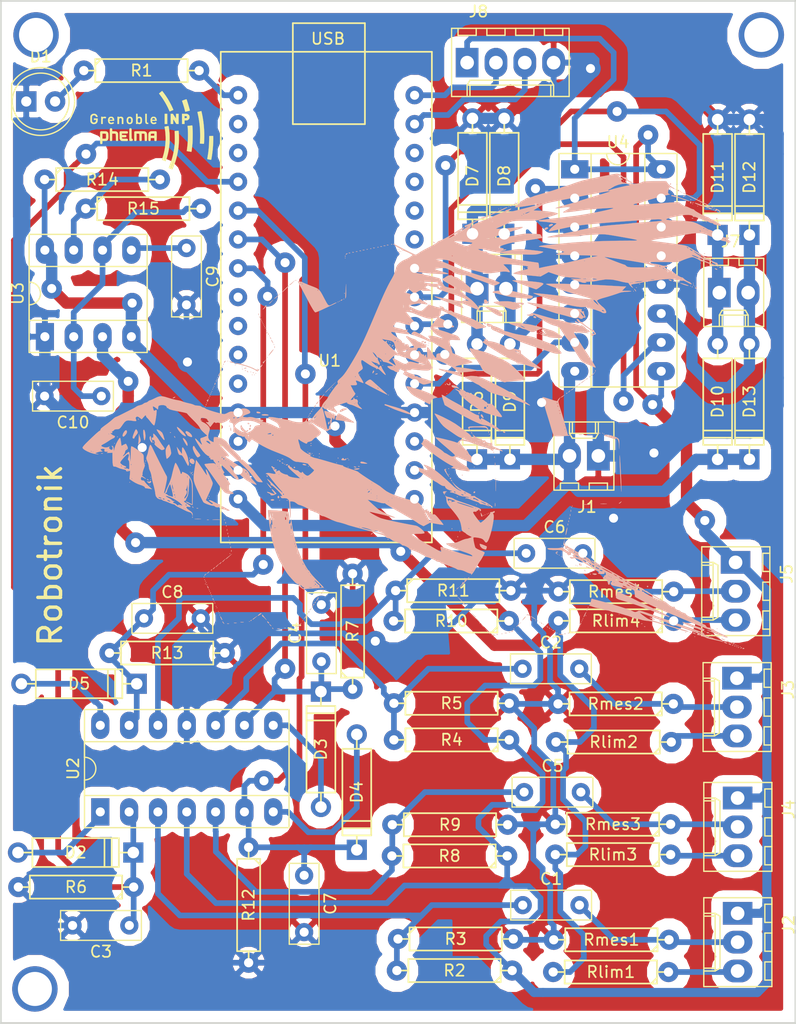
<source format=kicad_pcb>
(kicad_pcb (version 4) (host pcbnew 4.0.6-e0-6349~53~ubuntu16.04.1)
  (layers (0 F.Cu signal hide) (31 B.Cu signal) (34 B.Paste user) (35 F.Paste user hide) (36 B.SilkS user hide) (37 F.SilkS user) (38 B.Mask user) (39 F.Mask user) (44 Edge.Cuts user))
  (net 0 "")
  (net 1 GND)
  (net 2 /R-IR/C3)
  (net 3 /R-IR/C1)
  (net 4 /R-IR/C4)
  (net 5 /R-IR/C2)
  (net 6 "Net-(D1-Pad2)")
  (net 7 "Net-(D2-Pad2)")
  (net 8 "Net-(D3-Pad2)")
  (net 9 "Net-(D4-Pad2)")
  (net 10 "Net-(D5-Pad2)")
  (net 11 "Net-(D6-Pad2)")
  (net 12 VCC)
  (net 13 "Net-(D8-Pad1)")
  (net 14 "Net-(D10-Pad2)")
  (net 15 "Net-(D12-Pad1)")
  (net 16 +5V)
  (net 17 "Net-(J2-Pad3)")
  (net 18 "Net-(J3-Pad3)")
  (net 19 "Net-(J4-Pad3)")
  (net 20 "Net-(J5-Pad3)")
  (net 21 /distance_sensor/Trig)
  (net 22 /distance_sensor/Echo)
  (net 23 "Net-(R1-Pad2)")
  (net 24 /R-IR/Signal-e)
  (net 25 "Net-(U1-Pad2)")
  (net 26 "Net-(U1-Pad3)")
  (net 27 "Net-(U1-Pad8)")
  (net 28 "Net-(U1-Pad9)")
  (net 29 "Net-(U1-Pad10)")
  (net 30 "Net-(U1-Pad11)")
  (net 31 "Net-(U1-Pad13)")
  (net 32 "Net-(U1-Pad28)")
  (net 33 "Net-(U1-Pad27)")
  (net 34 "Net-(U1-Pad26)")
  (net 35 "Net-(U1-Pad25)")
  (net 36 "Net-(U1-Pad24)")
  (net 37 /motor-part/PWM2)
  (net 38 /motor-part/O2)
  (net 39 /motor-part/PWM1)
  (net 40 /motor-part/O1)
  (net 41 "Net-(U1-Pad18)")
  (net 42 "Net-(U1-Pad17)")
  (net 43 "Net-(U1-Pad16)")
  (net 44 "Net-(C1-Pad1)")
  (net 45 "Net-(C1-Pad2)")
  (net 46 "Net-(C2-Pad1)")
  (net 47 "Net-(C2-Pad2)")
  (net 48 "Net-(C5-Pad1)")
  (net 49 "Net-(C5-Pad2)")
  (net 50 "Net-(C6-Pad1)")
  (net 51 "Net-(C6-Pad2)")
  (net 52 "Net-(C9-Pad1)")
  (net 53 "Net-(C10-Pad1)")
  (net 54 "Net-(R14-Pad2)")
  (net 55 "Net-(U5-Pad1)")
  (net 56 "Net-(U6-Pad1)")
  (net 57 "Net-(U7-Pad1)")
  (module Arduino-nano:Trou-3 (layer F.Cu) (at 108.0492 93)
    (fp_text reference U7 (at 0 0.5) (layer F.SilkS))
    (fp_text value trou-3)
    (pad 1 thru_hole circle (at 0.0508 0) (size 4 4) (drill 3) (layers *.Cu *.Mask) (net 57 "Net-(U7-Pad1)"))
  )
  (module Discret:R4-LARGE_PADS (layer F.Cu) (at 113.934484 105.73545)
    (fp_text reference R14 (at 0 0) (layer F.SilkS))
    (fp_text value 60kR)
    (pad 1 thru_hole circle (at -5.08 0) (size 1.778 1.778) (drill 0.8128) (layers *.Cu *.Mask) (net 16 +5V))
    (pad 2 thru_hole circle (at 5.08 0) (size 1.778 1.778) (drill 0.8128) (layers *.Cu *.Mask) (net 54 "Net-(R14-Pad2)"))
  )
  (module Arduino-nano:Arduino-nano (layer F.Cu) (at 124.375 137.685)
    (fp_text reference U1 (at 9.6 -16) (layer F.SilkS))
    (fp_text value Arduino-nano)
    (fp_text user USB (at 9.4488 -44.3484) (layer F.SilkS))
    (pad 1 thru_hole circle (at 1.525 -39.375) (size 1.6 1.6) (drill 0.8) (layers *.Cu *.Mask) (net 23 "Net-(R1-Pad2)"))
    (pad 30 thru_hole circle (at 17.075 -39.375) (size 1.6 1.6) (drill 0.8) (layers *.Cu *.Mask) (net 21 /distance_sensor/Trig))
    (pad 2 thru_hole circle (at 1.525 -36.835) (size 1.6 1.6) (drill 0.8) (layers *.Cu *.Mask) (net 25 "Net-(U1-Pad2)"))
    (pad 3 thru_hole circle (at 1.525 -34.295) (size 1.6 1.6) (drill 0.8) (layers *.Cu *.Mask) (net 26 "Net-(U1-Pad3)"))
    (pad 4 thru_hole circle (at 1.525 -31.755) (size 1.6 1.6) (drill 0.8) (layers *.Cu *.Mask) (net 3 /R-IR/C1))
    (pad 5 thru_hole circle (at 1.525 -29.215) (size 1.6 1.6) (drill 0.8) (layers *.Cu *.Mask) (net 5 /R-IR/C2))
    (pad 6 thru_hole circle (at 1.525 -26.675) (size 1.6 1.6) (drill 0.8) (layers *.Cu *.Mask) (net 2 /R-IR/C3))
    (pad 7 thru_hole circle (at 1.525 -24.135) (size 1.6 1.6) (drill 0.8) (layers *.Cu *.Mask) (net 4 /R-IR/C4))
    (pad 8 thru_hole circle (at 1.525 -21.595) (size 1.6 1.6) (drill 0.8) (layers *.Cu *.Mask) (net 27 "Net-(U1-Pad8)"))
    (pad 9 thru_hole circle (at 1.525 -19.055) (size 1.6 1.6) (drill 0.8) (layers *.Cu *.Mask) (net 28 "Net-(U1-Pad9)"))
    (pad 10 thru_hole circle (at 1.525 -16.515) (size 1.6 1.6) (drill 0.8) (layers *.Cu *.Mask) (net 29 "Net-(U1-Pad10)"))
    (pad 11 thru_hole circle (at 1.525 -13.975) (size 1.6 1.6) (drill 0.8) (layers *.Cu *.Mask) (net 30 "Net-(U1-Pad11)"))
    (pad 12 thru_hole circle (at 1.525 -11.435) (size 1.6 1.6) (drill 0.8) (layers *.Cu *.Mask) (net 16 +5V))
    (pad 13 thru_hole circle (at 1.525 -8.895) (size 1.6 1.6) (drill 0.8) (layers *.Cu *.Mask) (net 31 "Net-(U1-Pad13)"))
    (pad 14 thru_hole circle (at 1.525 -6.355) (size 1.6 1.6) (drill 0.8) (layers *.Cu *.Mask) (net 1 GND))
    (pad 15 thru_hole circle (at 1.525 -3.815) (size 1.6 1.6) (drill 0.8) (layers *.Cu *.Mask) (net 12 VCC))
    (pad 29 thru_hole circle (at 17.075 -36.835) (size 1.6 1.6) (drill 0.8) (layers *.Cu *.Mask) (net 22 /distance_sensor/Echo))
    (pad 28 thru_hole circle (at 17.075 -34.295) (size 1.6 1.6) (drill 0.8) (layers *.Cu *.Mask) (net 32 "Net-(U1-Pad28)"))
    (pad 27 thru_hole circle (at 17.075 -31.755) (size 1.6 1.6) (drill 0.8) (layers *.Cu *.Mask) (net 33 "Net-(U1-Pad27)"))
    (pad 26 thru_hole circle (at 17.075 -29.215) (size 1.6 1.6) (drill 0.8) (layers *.Cu *.Mask) (net 34 "Net-(U1-Pad26)"))
    (pad 25 thru_hole circle (at 17.075 -26.675) (size 1.6 1.6) (drill 0.8) (layers *.Cu *.Mask) (net 35 "Net-(U1-Pad25)"))
    (pad 24 thru_hole circle (at 17.075 -24.135) (size 1.6 1.6) (drill 0.8) (layers *.Cu *.Mask) (net 36 "Net-(U1-Pad24)"))
    (pad 23 thru_hole circle (at 17.075 -21.595) (size 1.6 1.6) (drill 0.8) (layers *.Cu *.Mask) (net 37 /motor-part/PWM2))
    (pad 22 thru_hole circle (at 17.075 -19.055) (size 1.6 1.6) (drill 0.8) (layers *.Cu *.Mask) (net 38 /motor-part/O2))
    (pad 21 thru_hole circle (at 17.075 -16.515) (size 1.6 1.6) (drill 0.8) (layers *.Cu *.Mask) (net 39 /motor-part/PWM1))
    (pad 20 thru_hole circle (at 17.075 -13.975) (size 1.6 1.6) (drill 0.8) (layers *.Cu *.Mask) (net 40 /motor-part/O1))
    (pad 19 thru_hole circle (at 17.075 -11.435) (size 1.6 1.6) (drill 0.8) (layers *.Cu *.Mask) (net 1 GND))
    (pad 18 thru_hole circle (at 17.075 -8.895) (size 1.6 1.6) (drill 0.8) (layers *.Cu *.Mask) (net 41 "Net-(U1-Pad18)"))
    (pad 17 thru_hole circle (at 17.075 -6.355) (size 1.6 1.6) (drill 0.8) (layers *.Cu *.Mask) (net 42 "Net-(U1-Pad17)"))
    (pad 16 thru_hole circle (at 17.075 -3.815) (size 1.6 1.6) (drill 0.8) (layers *.Cu *.Mask) (net 43 "Net-(U1-Pad16)"))
  )
  (module Discret:D4 (layer F.Cu) (at 111.89 150.13)
    (fp_text reference D5 (at 0 0) (layer F.SilkS))
    (fp_text value D)
    (pad 2 thru_hole circle (at -5.08 0) (size 1.778 1.778) (drill 1.016) (layers *.Cu *.Mask) (net 10 "Net-(D5-Pad2)"))
    (pad 1 thru_hole rect (at 5.08 0) (size 1.778 1.778) (drill 1.016) (layers *.Cu *.Mask) (net 4 /R-IR/C4))
  )
  (module Discret:R4-LARGE_PADS (layer F.Cu) (at 111.62 168.03 180)
    (fp_text reference R6 (at 0 0 180) (layer F.SilkS))
    (fp_text value R)
    (pad 1 thru_hole circle (at -5.08 0 180) (size 1.778 1.778) (drill 0.8128) (layers *.Cu *.Mask) (net 3 /R-IR/C1))
    (pad 2 thru_hole circle (at 5.08 0 180) (size 1.778 1.778) (drill 0.8128) (layers *.Cu *.Mask) (net 1 GND))
  )
  (module Discret:D4 (layer F.Cu) (at 111.59 164.99)
    (fp_text reference D2 (at 0 0) (layer F.SilkS))
    (fp_text value D)
    (pad 2 thru_hole circle (at -5.08 0) (size 1.778 1.778) (drill 1.016) (layers *.Cu *.Mask) (net 7 "Net-(D2-Pad2)"))
    (pad 1 thru_hole rect (at 5.08 0) (size 1.778 1.778) (drill 1.016) (layers *.Cu *.Mask) (net 3 /R-IR/C1))
  )
  (module Capacitors_THT:C_Rect_L7.0mm_W2.5mm_P5.00mm (layer F.Cu) (at 117.61 144.37)
    (fp_text reference C8 (at 2.5 -2.31) (layer F.SilkS))
    (fp_text value C)
    (pad 1 thru_hole circle (at 0 0) (size 1.6 1.6) (drill 0.8) (layers *.Cu *.Mask) (net 4 /R-IR/C4))
    (pad 2 thru_hole circle (at 5 0) (size 1.6 1.6) (drill 0.8) (layers *.Cu *.Mask) (net 1 GND))
  )
  (module Discret:R4-LARGE_PADS (layer F.Cu) (at 119.65 147.42)
    (fp_text reference R13 (at 0 0) (layer F.SilkS))
    (fp_text value R)
    (pad 1 thru_hole circle (at -5.08 0) (size 1.778 1.778) (drill 0.8128) (layers *.Cu *.Mask) (net 4 /R-IR/C4))
    (pad 2 thru_hole circle (at 5.08 0) (size 1.778 1.778) (drill 0.8128) (layers *.Cu *.Mask) (net 1 GND))
  )
  (module Capacitors_THT:C_Rect_L7.0mm_W2.5mm_P5.00mm (layer F.Cu) (at 116.32 171.41 180)
    (fp_text reference C3 (at 2.5 -2.31 180) (layer F.SilkS))
    (fp_text value C)
    (pad 1 thru_hole circle (at 0 0 180) (size 1.6 1.6) (drill 0.8) (layers *.Cu *.Mask) (net 3 /R-IR/C1))
    (pad 2 thru_hole circle (at 5 0 180) (size 1.6 1.6) (drill 0.8) (layers *.Cu *.Mask) (net 1 GND))
  )
  (module Capacitors_THT:C_Rect_L7.0mm_W2.5mm_P5.00mm (layer F.Cu) (at 133.24 148.17 90)
    (fp_text reference C4 (at 2.5 -2.31 90) (layer F.SilkS))
    (fp_text value C)
    (pad 1 thru_hole circle (at 0 0 90) (size 1.6 1.6) (drill 0.8) (layers *.Cu *.Mask) (net 2 /R-IR/C3))
    (pad 2 thru_hole circle (at 5 0 90) (size 1.6 1.6) (drill 0.8) (layers *.Cu *.Mask) (net 1 GND))
  )
  (module Discret:D4 (layer F.Cu) (at 133.2 155.9 90)
    (fp_text reference D3 (at 0 0 90) (layer F.SilkS))
    (fp_text value D)
    (pad 2 thru_hole circle (at -5.08 0 90) (size 1.778 1.778) (drill 1.016) (layers *.Cu *.Mask) (net 8 "Net-(D3-Pad2)"))
    (pad 1 thru_hole rect (at 5.08 0 90) (size 1.778 1.778) (drill 1.016) (layers *.Cu *.Mask) (net 2 /R-IR/C3))
  )
  (module Discret:R4-LARGE_PADS (layer F.Cu) (at 126.83 169.61 270)
    (fp_text reference R12 (at 0 0 270) (layer F.SilkS))
    (fp_text value R)
    (pad 1 thru_hole circle (at -5.08 0 270) (size 1.778 1.778) (drill 0.8128) (layers *.Cu *.Mask) (net 5 /R-IR/C2))
    (pad 2 thru_hole circle (at 5.08 0 270) (size 1.778 1.778) (drill 0.8128) (layers *.Cu *.Mask) (net 1 GND))
  )
  (module Capacitors_THT:C_Rect_L7.0mm_W2.5mm_P5.00mm (layer F.Cu) (at 131.72 167 270)
    (fp_text reference C7 (at 2.5 -2.31 270) (layer F.SilkS))
    (fp_text value C)
    (pad 1 thru_hole circle (at 0 0 270) (size 1.6 1.6) (drill 0.8) (layers *.Cu *.Mask) (net 5 /R-IR/C2))
    (pad 2 thru_hole circle (at 5 0 270) (size 1.6 1.6) (drill 0.8) (layers *.Cu *.Mask) (net 1 GND))
  )
  (module Housings_DIP:DIP-14_W7.62mm_Socket_LongPads (layer F.Cu) (at 113.76 161.41 90)
    (fp_text reference U2 (at 3.81 -2.39 90) (layer F.SilkS))
    (fp_text value LM324)
    (pad 1 thru_hole rect (at 0 0 90) (size 2.4 1.6) (drill 0.8) (layers *.Cu *.Mask) (net 7 "Net-(D2-Pad2)"))
    (pad 8 thru_hole oval (at 7.62 15.24 90) (size 2.4 1.6) (drill 0.8) (layers *.Cu *.Mask) (net 8 "Net-(D3-Pad2)"))
    (pad 2 thru_hole oval (at 0 2.54 90) (size 2.4 1.6) (drill 0.8) (layers *.Cu *.Mask) (net 3 /R-IR/C1))
    (pad 9 thru_hole oval (at 7.62 12.7 90) (size 2.4 1.6) (drill 0.8) (layers *.Cu *.Mask) (net 2 /R-IR/C3))
    (pad 3 thru_hole oval (at 0 5.08 90) (size 2.4 1.6) (drill 0.8) (layers *.Cu *.Mask) (net 44 "Net-(C1-Pad1)"))
    (pad 10 thru_hole oval (at 7.62 10.16 90) (size 2.4 1.6) (drill 0.8) (layers *.Cu *.Mask) (net 46 "Net-(C2-Pad1)"))
    (pad 4 thru_hole oval (at 0 7.62 90) (size 2.4 1.6) (drill 0.8) (layers *.Cu *.Mask) (net 16 +5V))
    (pad 11 thru_hole oval (at 7.62 7.62 90) (size 2.4 1.6) (drill 0.8) (layers *.Cu *.Mask) (net 1 GND))
    (pad 5 thru_hole oval (at 0 10.16 90) (size 2.4 1.6) (drill 0.8) (layers *.Cu *.Mask) (net 48 "Net-(C5-Pad1)"))
    (pad 12 thru_hole oval (at 7.62 5.08 90) (size 2.4 1.6) (drill 0.8) (layers *.Cu *.Mask) (net 50 "Net-(C6-Pad1)"))
    (pad 6 thru_hole oval (at 0 12.7 90) (size 2.4 1.6) (drill 0.8) (layers *.Cu *.Mask) (net 5 /R-IR/C2))
    (pad 13 thru_hole oval (at 7.62 2.54 90) (size 2.4 1.6) (drill 0.8) (layers *.Cu *.Mask) (net 4 /R-IR/C4))
    (pad 7 thru_hole oval (at 0 15.24 90) (size 2.4 1.6) (drill 0.8) (layers *.Cu *.Mask) (net 9 "Net-(D4-Pad2)"))
    (pad 14 thru_hole oval (at 7.62 0 90) (size 2.4 1.6) (drill 0.8) (layers *.Cu *.Mask) (net 10 "Net-(D5-Pad2)"))
  )
  (module Connectors_Molex:Molex_KK-6410-03_03x2.54mm_Straight (layer F.Cu) (at 169.91 160.19 270)
    (fp_text reference J4 (at 1 -4.5 270) (layer F.SilkS))
    (fp_text value CONN_C2)
    (pad 1 thru_hole rect (at 0 0 270) (size 2 2.6) (drill 1.2) (layers *.Cu *.Mask) (net 16 +5V))
    (pad 2 thru_hole oval (at 2.54 0 270) (size 2 2.6) (drill 1.2) (layers *.Cu *.Mask) (net 49 "Net-(C5-Pad2)"))
    (pad 3 thru_hole oval (at 5.08 0 270) (size 2 2.6) (drill 1.2) (layers *.Cu *.Mask) (net 19 "Net-(J4-Pad3)"))
  )
  (module Capacitors_THT:C_Rect_L7.0mm_W2.5mm_P5.00mm (layer F.Cu) (at 150.98 169.62)
    (fp_text reference C1 (at 2.5 -2.31) (layer F.SilkS))
    (fp_text value C)
    (pad 1 thru_hole circle (at 0 0) (size 1.6 1.6) (drill 0.8) (layers *.Cu *.Mask) (net 44 "Net-(C1-Pad1)"))
    (pad 2 thru_hole circle (at 5 0) (size 1.6 1.6) (drill 0.8) (layers *.Cu *.Mask) (net 45 "Net-(C1-Pad2)"))
  )
  (module Discret:R4-LARGE_PADS (layer F.Cu) (at 158.93 165.17 180)
    (fp_text reference Rlim3 (at 0 0 180) (layer F.SilkS))
    (fp_text value R)
    (pad 1 thru_hole circle (at -5.08 0 180) (size 1.778 1.778) (drill 0.8128) (layers *.Cu *.Mask) (net 19 "Net-(J4-Pad3)"))
    (pad 2 thru_hole circle (at 5.08 0 180) (size 1.778 1.778) (drill 0.8128) (layers *.Cu *.Mask) (net 24 /R-IR/Signal-e))
  )
  (module Capacitors_THT:C_Rect_L7.0mm_W2.5mm_P5.00mm (layer F.Cu) (at 151.1 159.67)
    (fp_text reference C5 (at 2.5 -2.31) (layer F.SilkS))
    (fp_text value C)
    (pad 1 thru_hole circle (at 0 0) (size 1.6 1.6) (drill 0.8) (layers *.Cu *.Mask) (net 48 "Net-(C5-Pad1)"))
    (pad 2 thru_hole circle (at 5 0) (size 1.6 1.6) (drill 0.8) (layers *.Cu *.Mask) (net 49 "Net-(C5-Pad2)"))
  )
  (module Discret:R4-LARGE_PADS (layer F.Cu) (at 158.74 175.51 180)
    (fp_text reference Rlim1 (at 0 0 180) (layer F.SilkS))
    (fp_text value R)
    (pad 1 thru_hole circle (at -5.08 0 180) (size 1.778 1.778) (drill 0.8128) (layers *.Cu *.Mask) (net 17 "Net-(J2-Pad3)"))
    (pad 2 thru_hole circle (at 5.08 0 180) (size 1.778 1.778) (drill 0.8128) (layers *.Cu *.Mask) (net 24 /R-IR/Signal-e))
  )
  (module Discret:R4-LARGE_PADS (layer F.Cu) (at 158.93 162.5 180)
    (fp_text reference Rmes3 (at 0 0 180) (layer F.SilkS))
    (fp_text value R)
    (pad 1 thru_hole circle (at -5.08 0 180) (size 1.778 1.778) (drill 0.8128) (layers *.Cu *.Mask) (net 49 "Net-(C5-Pad2)"))
    (pad 2 thru_hole circle (at 5.08 0 180) (size 1.778 1.778) (drill 0.8128) (layers *.Cu *.Mask) (net 1 GND))
  )
  (module Discret:R4-LARGE_PADS (layer F.Cu) (at 158.79 172.67 180)
    (fp_text reference Rmes1 (at 0 0 180) (layer F.SilkS))
    (fp_text value R)
    (pad 1 thru_hole circle (at -5.08 0 180) (size 1.778 1.778) (drill 0.8128) (layers *.Cu *.Mask) (net 45 "Net-(C1-Pad2)"))
    (pad 2 thru_hole circle (at 5.08 0 180) (size 1.778 1.778) (drill 0.8128) (layers *.Cu *.Mask) (net 1 GND))
  )
  (module Connectors_Molex:Molex_KK-6410-03_03x2.54mm_Straight (layer F.Cu) (at 169.91 170.34 270)
    (fp_text reference J2 (at 1 -4.5 270) (layer F.SilkS))
    (fp_text value CONN_C1)
    (pad 1 thru_hole rect (at 0 0 270) (size 2 2.6) (drill 1.2) (layers *.Cu *.Mask) (net 16 +5V))
    (pad 2 thru_hole oval (at 2.54 0 270) (size 2 2.6) (drill 1.2) (layers *.Cu *.Mask) (net 45 "Net-(C1-Pad2)"))
    (pad 3 thru_hole oval (at 5.08 0 270) (size 2 2.6) (drill 1.2) (layers *.Cu *.Mask) (net 17 "Net-(J2-Pad3)"))
  )
  (module Connectors_Molex:Molex_KK-6410-03_03x2.54mm_Straight (layer F.Cu) (at 169.73 139.44 270)
    (fp_text reference J5 (at 1 -4.5 270) (layer F.SilkS))
    (fp_text value CONN_C4)
    (pad 1 thru_hole rect (at 0 0 270) (size 2 2.6) (drill 1.2) (layers *.Cu *.Mask) (net 16 +5V))
    (pad 2 thru_hole oval (at 2.54 0 270) (size 2 2.6) (drill 1.2) (layers *.Cu *.Mask) (net 51 "Net-(C6-Pad2)"))
    (pad 3 thru_hole oval (at 5.08 0 270) (size 2 2.6) (drill 1.2) (layers *.Cu *.Mask) (net 20 "Net-(J5-Pad3)"))
  )
  (module Discret:R4-LARGE_PADS (layer F.Cu) (at 159.2 144.59 180)
    (fp_text reference Rlim4 (at 0 0 180) (layer F.SilkS))
    (fp_text value R)
    (pad 1 thru_hole circle (at -5.08 0 180) (size 1.778 1.778) (drill 0.8128) (layers *.Cu *.Mask) (net 20 "Net-(J5-Pad3)"))
    (pad 2 thru_hole circle (at 5.08 0 180) (size 1.778 1.778) (drill 0.8128) (layers *.Cu *.Mask) (net 24 /R-IR/Signal-e))
  )
  (module Discret:R4-LARGE_PADS (layer F.Cu) (at 158.99 155.26 180)
    (fp_text reference Rlim2 (at 0 0 180) (layer F.SilkS))
    (fp_text value R)
    (pad 1 thru_hole circle (at -5.08 0 180) (size 1.778 1.778) (drill 0.8128) (layers *.Cu *.Mask) (net 18 "Net-(J3-Pad3)"))
    (pad 2 thru_hole circle (at 5.08 0 180) (size 1.778 1.778) (drill 0.8128) (layers *.Cu *.Mask) (net 24 /R-IR/Signal-e))
  )
  (module Connectors_Molex:Molex_KK-6410-03_03x2.54mm_Straight (layer F.Cu) (at 169.85 149.64 270)
    (fp_text reference J3 (at 1 -4.5 270) (layer F.SilkS))
    (fp_text value CONN_C3)
    (pad 1 thru_hole rect (at 0 0 270) (size 2 2.6) (drill 1.2) (layers *.Cu *.Mask) (net 16 +5V))
    (pad 2 thru_hole oval (at 2.54 0 270) (size 2 2.6) (drill 1.2) (layers *.Cu *.Mask) (net 47 "Net-(C2-Pad2)"))
    (pad 3 thru_hole oval (at 5.08 0 270) (size 2 2.6) (drill 1.2) (layers *.Cu *.Mask) (net 18 "Net-(J3-Pad3)"))
  )
  (module Discret:R4-LARGE_PADS (layer F.Cu) (at 159.17 151.9 180)
    (fp_text reference Rmes2 (at 0 0 180) (layer F.SilkS))
    (fp_text value R)
    (pad 1 thru_hole circle (at -5.08 0 180) (size 1.778 1.778) (drill 0.8128) (layers *.Cu *.Mask) (net 47 "Net-(C2-Pad2)"))
    (pad 2 thru_hole circle (at 5.08 0 180) (size 1.778 1.778) (drill 0.8128) (layers *.Cu *.Mask) (net 1 GND))
  )
  (module Discret:R4-LARGE_PADS (layer F.Cu) (at 159.2 142.02 180)
    (fp_text reference Rmes4 (at 0 0 180) (layer F.SilkS))
    (fp_text value R)
    (pad 1 thru_hole circle (at -5.08 0 180) (size 1.778 1.778) (drill 0.8128) (layers *.Cu *.Mask) (net 51 "Net-(C6-Pad2)"))
    (pad 2 thru_hole circle (at 5.08 0 180) (size 1.778 1.778) (drill 0.8128) (layers *.Cu *.Mask) (net 1 GND))
  )
  (module Discret:D4 (layer F.Cu) (at 136.36 159.67 270)
    (fp_text reference D4 (at 0 0 270) (layer F.SilkS))
    (fp_text value D)
    (pad 2 thru_hole circle (at -5.08 0 270) (size 1.778 1.778) (drill 1.016) (layers *.Cu *.Mask) (net 9 "Net-(D4-Pad2)"))
    (pad 1 thru_hole rect (at 5.08 0 270) (size 1.778 1.778) (drill 1.016) (layers *.Cu *.Mask) (net 5 /R-IR/C2))
  )
  (module Discret:R4-LARGE_PADS (layer F.Cu) (at 145.07 172.6)
    (fp_text reference R3 (at 0 0) (layer F.SilkS))
    (fp_text value R)
    (pad 1 thru_hole circle (at -5.08 0) (size 1.778 1.778) (drill 0.8128) (layers *.Cu *.Mask) (net 44 "Net-(C1-Pad1)"))
    (pad 2 thru_hole circle (at 5.08 0) (size 1.778 1.778) (drill 0.8128) (layers *.Cu *.Mask) (net 1 GND))
  )
  (module Discret:R4-LARGE_PADS (layer F.Cu) (at 144.57 162.54)
    (fp_text reference R9 (at 0 0) (layer F.SilkS))
    (fp_text value R)
    (pad 1 thru_hole circle (at -5.08 0) (size 1.778 1.778) (drill 0.8128) (layers *.Cu *.Mask) (net 48 "Net-(C5-Pad1)"))
    (pad 2 thru_hole circle (at 5.08 0) (size 1.778 1.778) (drill 0.8128) (layers *.Cu *.Mask) (net 1 GND))
  )
  (module Discret:R4-LARGE_PADS (layer F.Cu) (at 144.71 155.07 180)
    (fp_text reference R4 (at 0 0 180) (layer F.SilkS))
    (fp_text value R)
    (pad 1 thru_hole circle (at -5.08 0 180) (size 1.778 1.778) (drill 0.8128) (layers *.Cu *.Mask) (net 16 +5V))
    (pad 2 thru_hole circle (at 5.08 0 180) (size 1.778 1.778) (drill 0.8128) (layers *.Cu *.Mask) (net 46 "Net-(C2-Pad1)"))
  )
  (module Discret:R4-LARGE_PADS (layer F.Cu) (at 144.97 175.38 180)
    (fp_text reference R2 (at 0 0 180) (layer F.SilkS))
    (fp_text value R)
    (pad 1 thru_hole circle (at -5.08 0 180) (size 1.778 1.778) (drill 0.8128) (layers *.Cu *.Mask) (net 16 +5V))
    (pad 2 thru_hole circle (at 5.08 0 180) (size 1.778 1.778) (drill 0.8128) (layers *.Cu *.Mask) (net 44 "Net-(C1-Pad1)"))
  )
  (module Discret:R4-LARGE_PADS (layer F.Cu) (at 144.53 165.29 180)
    (fp_text reference R8 (at 0 0 180) (layer F.SilkS))
    (fp_text value R)
    (pad 1 thru_hole circle (at -5.08 0 180) (size 1.778 1.778) (drill 0.8128) (layers *.Cu *.Mask) (net 16 +5V))
    (pad 2 thru_hole circle (at 5.08 0 180) (size 1.778 1.778) (drill 0.8128) (layers *.Cu *.Mask) (net 48 "Net-(C5-Pad1)"))
  )
  (module Capacitors_THT:C_Rect_L7.0mm_W2.5mm_P5.00mm (layer F.Cu) (at 151.28 138.64)
    (fp_text reference C6 (at 2.5 -2.31) (layer F.SilkS))
    (fp_text value C)
    (pad 1 thru_hole circle (at 0 0) (size 1.6 1.6) (drill 0.8) (layers *.Cu *.Mask) (net 50 "Net-(C6-Pad1)"))
    (pad 2 thru_hole circle (at 5 0) (size 1.6 1.6) (drill 0.8) (layers *.Cu *.Mask) (net 51 "Net-(C6-Pad2)"))
  )
  (module Discret:R4-LARGE_PADS (layer F.Cu) (at 144.86 141.93)
    (fp_text reference R11 (at 0 0) (layer F.SilkS))
    (fp_text value R)
    (pad 1 thru_hole circle (at -5.08 0) (size 1.778 1.778) (drill 0.8128) (layers *.Cu *.Mask) (net 50 "Net-(C6-Pad1)"))
    (pad 2 thru_hole circle (at 5.08 0) (size 1.778 1.778) (drill 0.8128) (layers *.Cu *.Mask) (net 1 GND))
  )
  (module Capacitors_THT:C_Rect_L7.0mm_W2.5mm_P5.00mm (layer F.Cu) (at 150.96 148.81)
    (fp_text reference C2 (at 2.5 -2.31) (layer F.SilkS))
    (fp_text value C)
    (pad 1 thru_hole circle (at 0 0) (size 1.6 1.6) (drill 0.8) (layers *.Cu *.Mask) (net 46 "Net-(C2-Pad1)"))
    (pad 2 thru_hole circle (at 5 0) (size 1.6 1.6) (drill 0.8) (layers *.Cu *.Mask) (net 47 "Net-(C2-Pad2)"))
  )
  (module Discret:R4-LARGE_PADS (layer F.Cu) (at 144.71 151.85)
    (fp_text reference R5 (at 0 0) (layer F.SilkS))
    (fp_text value R)
    (pad 1 thru_hole circle (at -5.08 0) (size 1.778 1.778) (drill 0.8128) (layers *.Cu *.Mask) (net 46 "Net-(C2-Pad1)"))
    (pad 2 thru_hole circle (at 5.08 0) (size 1.778 1.778) (drill 0.8128) (layers *.Cu *.Mask) (net 1 GND))
  )
  (module Discret:R4-LARGE_PADS (layer F.Cu) (at 144.68 144.6 180)
    (fp_text reference R10 (at 0 0 180) (layer F.SilkS))
    (fp_text value R)
    (pad 1 thru_hole circle (at -5.08 0 180) (size 1.778 1.778) (drill 0.8128) (layers *.Cu *.Mask) (net 16 +5V))
    (pad 2 thru_hole circle (at 5.08 0 180) (size 1.778 1.778) (drill 0.8128) (layers *.Cu *.Mask) (net 50 "Net-(C6-Pad1)"))
  )
  (module Discret:R4-LARGE_PADS (layer F.Cu) (at 135.99 145.52 90)
    (fp_text reference R7 (at 0 0 90) (layer F.SilkS))
    (fp_text value R)
    (pad 1 thru_hole circle (at -5.08 0 90) (size 1.778 1.778) (drill 0.8128) (layers *.Cu *.Mask) (net 2 /R-IR/C3))
    (pad 2 thru_hole circle (at 5.08 0 90) (size 1.778 1.778) (drill 0.8128) (layers *.Cu *.Mask) (net 1 GND))
  )
  (module Capacitors_THT:C_Rect_L7.0mm_W2.5mm_P5.00mm (layer F.Cu) (at 121.354484 111.76545 270)
    (fp_text reference C9 (at 2.5 -2.31 270) (layer F.SilkS))
    (fp_text value 10nC)
    (pad 1 thru_hole circle (at 0 0 270) (size 1.6 1.6) (drill 0.8) (layers *.Cu *.Mask) (net 52 "Net-(C9-Pad1)"))
    (pad 2 thru_hole circle (at 5 0 270) (size 1.6 1.6) (drill 0.8) (layers *.Cu *.Mask) (net 1 GND))
  )
  (module Capacitors_THT:C_Rect_L7.0mm_W2.5mm_P5.00mm (layer F.Cu) (at 113.854484 124.80545 180)
    (fp_text reference C10 (at 2.5 -2.31 180) (layer F.SilkS))
    (fp_text value 4,8nC)
    (pad 1 thru_hole circle (at 0 0 180) (size 1.6 1.6) (drill 0.8) (layers *.Cu *.Mask) (net 53 "Net-(C10-Pad1)"))
    (pad 2 thru_hole circle (at 5 0 180) (size 1.6 1.6) (drill 0.8) (layers *.Cu *.Mask) (net 1 GND))
  )
  (module LEDs:LED_D5.0mm (layer F.Cu) (at 107.24 98.86)
    (fp_text reference D1 (at 1.27 -3.96) (layer F.SilkS))
    (fp_text value LED)
    (pad 1 thru_hole rect (at 0 0) (size 1.8 1.8) (drill 0.9) (layers *.Cu *.Mask) (net 1 GND))
    (pad 2 thru_hole circle (at 2.54 0) (size 1.8 1.8) (drill 0.9) (layers *.Cu *.Mask) (net 6 "Net-(D1-Pad2)"))
  )
  (module Discret:D4 (layer F.Cu) (at 146.95 125.29 270)
    (fp_text reference D6 (at 0 0 270) (layer F.SilkS))
    (fp_text value D_ALT)
    (pad 2 thru_hole circle (at -5.08 0 270) (size 1.778 1.778) (drill 1.016) (layers *.Cu *.Mask) (net 11 "Net-(D6-Pad2)"))
    (pad 1 thru_hole rect (at 5.08 0 270) (size 1.778 1.778) (drill 1.016) (layers *.Cu *.Mask) (net 12 VCC))
  )
  (module Discret:D4 (layer F.Cu) (at 146.55 105.43 270)
    (fp_text reference D7 (at 0 0 270) (layer F.SilkS))
    (fp_text value D_ALT)
    (pad 2 thru_hole circle (at -5.08 0 270) (size 1.778 1.778) (drill 1.016) (layers *.Cu *.Mask) (net 1 GND))
    (pad 1 thru_hole rect (at 5.08 0 270) (size 1.778 1.778) (drill 1.016) (layers *.Cu *.Mask) (net 11 "Net-(D6-Pad2)"))
  )
  (module Discret:D4 (layer F.Cu) (at 149.35 105.43 270)
    (fp_text reference D8 (at 0 0 270) (layer F.SilkS))
    (fp_text value D_ALT)
    (pad 2 thru_hole circle (at -5.08 0 270) (size 1.778 1.778) (drill 1.016) (layers *.Cu *.Mask) (net 1 GND))
    (pad 1 thru_hole rect (at 5.08 0 270) (size 1.778 1.778) (drill 1.016) (layers *.Cu *.Mask) (net 13 "Net-(D8-Pad1)"))
  )
  (module Discret:D4 (layer F.Cu) (at 149.85 125.29 270)
    (fp_text reference D9 (at 0 0 270) (layer F.SilkS))
    (fp_text value D_ALT)
    (pad 2 thru_hole circle (at -5.08 0 270) (size 1.778 1.778) (drill 1.016) (layers *.Cu *.Mask) (net 13 "Net-(D8-Pad1)"))
    (pad 1 thru_hole rect (at 5.08 0 270) (size 1.778 1.778) (drill 1.016) (layers *.Cu *.Mask) (net 12 VCC))
  )
  (module Discret:D4 (layer F.Cu) (at 168.15 125.29 270)
    (fp_text reference D10 (at 0 0 270) (layer F.SilkS))
    (fp_text value D_ALT)
    (pad 2 thru_hole circle (at -5.08 0 270) (size 1.778 1.778) (drill 1.016) (layers *.Cu *.Mask) (net 14 "Net-(D10-Pad2)"))
    (pad 1 thru_hole rect (at 5.08 0 270) (size 1.778 1.778) (drill 1.016) (layers *.Cu *.Mask) (net 12 VCC))
  )
  (module Discret:D4 (layer F.Cu) (at 168.15 105.53 270)
    (fp_text reference D11 (at 0 0 270) (layer F.SilkS))
    (fp_text value D_ALT)
    (pad 2 thru_hole circle (at -5.08 0 270) (size 1.778 1.778) (drill 1.016) (layers *.Cu *.Mask) (net 1 GND))
    (pad 1 thru_hole rect (at 5.08 0 270) (size 1.778 1.778) (drill 1.016) (layers *.Cu *.Mask) (net 14 "Net-(D10-Pad2)"))
  )
  (module Discret:D4 (layer F.Cu) (at 170.95 105.53 270)
    (fp_text reference D12 (at 0 0 270) (layer F.SilkS))
    (fp_text value D_ALT)
    (pad 2 thru_hole circle (at -5.08 0 270) (size 1.778 1.778) (drill 1.016) (layers *.Cu *.Mask) (net 1 GND))
    (pad 1 thru_hole rect (at 5.08 0 270) (size 1.778 1.778) (drill 1.016) (layers *.Cu *.Mask) (net 15 "Net-(D12-Pad1)"))
  )
  (module Discret:D4 (layer F.Cu) (at 170.95 125.29 270)
    (fp_text reference D13 (at 0 0 270) (layer F.SilkS))
    (fp_text value D_ALT)
    (pad 2 thru_hole circle (at -5.08 0 270) (size 1.778 1.778) (drill 1.016) (layers *.Cu *.Mask) (net 15 "Net-(D12-Pad1)"))
    (pad 1 thru_hole rect (at 5.08 0 270) (size 1.778 1.778) (drill 1.016) (layers *.Cu *.Mask) (net 12 VCC))
  )
  (module Connectors_Molex:Molex_KK-6410-02_02x2.54mm_Straight (layer F.Cu) (at 157.64 130.06 180)
    (fp_text reference J1 (at 1 -4.5 180) (layer F.SilkS))
    (fp_text value CONN_Batt)
    (pad 1 thru_hole rect (at 0 0 180) (size 2 2.6) (drill 1.2) (layers *.Cu *.Mask) (net 1 GND))
    (pad 2 thru_hole oval (at 2.54 0 180) (size 2 2.6) (drill 1.2) (layers *.Cu *.Mask) (net 12 VCC))
  )
  (module Connectors_Molex:Molex_KK-6410-02_02x2.54mm_Straight (layer F.Cu) (at 146.96 115.34)
    (fp_text reference J6 (at 1 -4.5) (layer F.SilkS))
    (fp_text value CONN_M1)
    (pad 1 thru_hole rect (at 0 0) (size 2 2.6) (drill 1.2) (layers *.Cu *.Mask) (net 11 "Net-(D6-Pad2)"))
    (pad 2 thru_hole oval (at 2.54 0) (size 2 2.6) (drill 1.2) (layers *.Cu *.Mask) (net 13 "Net-(D8-Pad1)"))
  )
  (module Connectors_Molex:Molex_KK-6410-02_02x2.54mm_Straight (layer F.Cu) (at 168.3 115.69)
    (fp_text reference J7 (at 1 -4.5) (layer F.SilkS))
    (fp_text value CONN_M2)
    (pad 1 thru_hole rect (at 0 0) (size 2 2.6) (drill 1.2) (layers *.Cu *.Mask) (net 14 "Net-(D10-Pad2)"))
    (pad 2 thru_hole oval (at 2.54 0) (size 2 2.6) (drill 1.2) (layers *.Cu *.Mask) (net 15 "Net-(D12-Pad1)"))
  )
  (module Connectors_Molex:Molex_KK-6410-04_04x2.54mm_Straight (layer F.Cu) (at 146.08 95.44)
    (fp_text reference J8 (at 1 -4.5) (layer F.SilkS))
    (fp_text value CONN_distance)
    (pad 1 thru_hole rect (at 0 0) (size 2 2.6) (drill 1.2) (layers *.Cu *.Mask) (net 16 +5V))
    (pad 2 thru_hole oval (at 2.54 0) (size 2 2.6) (drill 1.2) (layers *.Cu *.Mask) (net 21 /distance_sensor/Trig))
    (pad 3 thru_hole oval (at 5.08 0) (size 2 2.6) (drill 1.2) (layers *.Cu *.Mask) (net 22 /distance_sensor/Echo))
    (pad 4 thru_hole oval (at 7.62 0) (size 2 2.6) (drill 1.2) (layers *.Cu *.Mask) (net 1 GND))
  )
  (module Discret:R4-LARGE_PADS (layer F.Cu) (at 117.39 96.14)
    (fp_text reference R1 (at 0 0) (layer F.SilkS))
    (fp_text value R)
    (pad 1 thru_hole circle (at -5.08 0) (size 1.778 1.778) (drill 0.8128) (layers *.Cu *.Mask) (net 6 "Net-(D1-Pad2)"))
    (pad 2 thru_hole circle (at 5.08 0) (size 1.778 1.778) (drill 0.8128) (layers *.Cu *.Mask) (net 23 "Net-(R1-Pad2)"))
  )
  (module Discret:R4-LARGE_PADS (layer F.Cu) (at 117.554484 108.29545)
    (fp_text reference R15 (at 0 0) (layer F.SilkS))
    (fp_text value 120kR)
    (pad 1 thru_hole circle (at -5.08 0) (size 1.778 1.778) (drill 0.8128) (layers *.Cu *.Mask) (net 54 "Net-(R14-Pad2)"))
    (pad 2 thru_hole circle (at 5.08 0) (size 1.778 1.778) (drill 0.8128) (layers *.Cu *.Mask) (net 53 "Net-(C10-Pad1)"))
  )
  (module Housings_DIP:DIP-8_W7.62mm_Socket_LongPads (layer F.Cu) (at 108.879484 119.570449 90)
    (fp_text reference U3 (at 3.81 -2.39 90) (layer F.SilkS))
    (fp_text value NE555)
    (pad 1 thru_hole rect (at 0 0 90) (size 2.4 1.6) (drill 0.8) (layers *.Cu *.Mask) (net 1 GND))
    (pad 5 thru_hole oval (at 7.62 7.62 90) (size 2.4 1.6) (drill 0.8) (layers *.Cu *.Mask) (net 52 "Net-(C9-Pad1)"))
    (pad 2 thru_hole oval (at 0 2.54 90) (size 2.4 1.6) (drill 0.8) (layers *.Cu *.Mask) (net 53 "Net-(C10-Pad1)"))
    (pad 6 thru_hole oval (at 7.62 5.08 90) (size 2.4 1.6) (drill 0.8) (layers *.Cu *.Mask) (net 53 "Net-(C10-Pad1)"))
    (pad 3 thru_hole oval (at 0 5.08 90) (size 2.4 1.6) (drill 0.8) (layers *.Cu *.Mask) (net 24 /R-IR/Signal-e))
    (pad 7 thru_hole oval (at 7.62 2.54 90) (size 2.4 1.6) (drill 0.8) (layers *.Cu *.Mask) (net 54 "Net-(R14-Pad2)"))
    (pad 4 thru_hole oval (at 0 7.62 90) (size 2.4 1.6) (drill 0.8) (layers *.Cu *.Mask) (net 16 +5V))
    (pad 8 thru_hole oval (at 7.62 0 90) (size 2.4 1.6) (drill 0.8) (layers *.Cu *.Mask) (net 16 +5V))
  )
  (module Housings_DIP:DIP-16_W7.62mm_Socket_LongPads (layer F.Cu) (at 155.56 104.83)
    (fp_text reference U4 (at 3.81 -2.39) (layer F.SilkS))
    (fp_text value L293)
    (pad 1 thru_hole rect (at 0 0) (size 2.4 1.6) (drill 0.8) (layers *.Cu *.Mask) (net 16 +5V))
    (pad 9 thru_hole oval (at 7.62 17.78) (size 2.4 1.6) (drill 0.8) (layers *.Cu *.Mask) (net 16 +5V))
    (pad 2 thru_hole oval (at 0 2.54) (size 2.4 1.6) (drill 0.8) (layers *.Cu *.Mask) (net 39 /motor-part/PWM1))
    (pad 10 thru_hole oval (at 7.62 15.24) (size 2.4 1.6) (drill 0.8) (layers *.Cu *.Mask) (net 38 /motor-part/O2))
    (pad 3 thru_hole oval (at 0 5.08) (size 2.4 1.6) (drill 0.8) (layers *.Cu *.Mask) (net 11 "Net-(D6-Pad2)"))
    (pad 11 thru_hole oval (at 7.62 12.7) (size 2.4 1.6) (drill 0.8) (layers *.Cu *.Mask) (net 15 "Net-(D12-Pad1)"))
    (pad 4 thru_hole oval (at 0 7.62) (size 2.4 1.6) (drill 0.8) (layers *.Cu *.Mask) (net 1 GND))
    (pad 12 thru_hole oval (at 7.62 10.16) (size 2.4 1.6) (drill 0.8) (layers *.Cu *.Mask) (net 1 GND))
    (pad 5 thru_hole oval (at 0 10.16) (size 2.4 1.6) (drill 0.8) (layers *.Cu *.Mask) (net 1 GND))
    (pad 13 thru_hole oval (at 7.62 7.62) (size 2.4 1.6) (drill 0.8) (layers *.Cu *.Mask) (net 1 GND))
    (pad 6 thru_hole oval (at 0 12.7) (size 2.4 1.6) (drill 0.8) (layers *.Cu *.Mask) (net 13 "Net-(D8-Pad1)"))
    (pad 14 thru_hole oval (at 7.62 5.08) (size 2.4 1.6) (drill 0.8) (layers *.Cu *.Mask) (net 14 "Net-(D10-Pad2)"))
    (pad 7 thru_hole oval (at 0 15.24) (size 2.4 1.6) (drill 0.8) (layers *.Cu *.Mask) (net 40 /motor-part/O1))
    (pad 15 thru_hole oval (at 7.62 2.54) (size 2.4 1.6) (drill 0.8) (layers *.Cu *.Mask) (net 37 /motor-part/PWM2))
    (pad 8 thru_hole oval (at 0 17.78) (size 2.4 1.6) (drill 0.8) (layers *.Cu *.Mask) (net 12 VCC))
    (pad 16 thru_hole oval (at 7.62 0) (size 2.4 1.6) (drill 0.8) (layers *.Cu *.Mask) (net 16 +5V))
  )
  (module Arduino-nano:Trou-3 (layer F.Cu) (at 107.9492 177)
    (fp_text reference U5 (at 0 0.5) (layer F.SilkS))
    (fp_text value trou-3)
    (pad 1 thru_hole circle (at 0.0508 0) (size 4 4) (drill 3) (layers *.Cu *.Mask) (net 55 "Net-(U5-Pad1)"))
  )
  (module Arduino-nano:Trou-3 (layer F.Cu) (at 171.9492 93)
    (fp_text reference U6 (at 0 0.5) (layer F.SilkS))
    (fp_text value trou-3)
    (pad 1 thru_hole circle (at 0.0508 0) (size 4 4) (drill 3) (layers *.Cu *.Mask) (net 56 "Net-(U6-Pad1)"))
  )
  (module logo:phelma-logo-exp2 (layer B.Cu) (at 141.34 126.07 180)
    (fp_text reference G*** hide)
    (fp_text value LOGO hide)
  )
  (module logo:phelma-logo (layer F.Cu) (at 118.3 101.36)
    (fp_text reference G*** hide)
    (fp_text value LOGO hide)
  )
  (gr_text "Robotronik\n" (at 109.35 138.81 90) (layer F.SilkS) (effects (font (size 2 2) (thickness 0.3))))
  (gr_line (start 175 180) (end 175 90) (layer Edge.Cuts) (width 0.15))
  (gr_line (start 105 180) (end 175 180) (layer Edge.Cuts) (width 0.15))
  (gr_line (start 105 90) (end 105 180) (layer Edge.Cuts) (width 0.15))
  (gr_line (start 105 90) (end 175 90) (layer Edge.Cuts) (width 0.15))
  (segment (start 115.379034 131.33) (end 116.6368 131.33) (width 1) (layer B.Cu) (net 1))
  (segment (start 116.6368 131.33) (end 117.4496 131.33) (width 1) (layer B.Cu) (net 1))
  (segment (start 117.4496 130.603192) (end 117.363608 130.603192) (width 0.5) (layer B.Cu) (net 1))
  (segment (start 117.363608 130.603192) (end 116.6368 131.33) (width 0.5) (layer B.Cu) (net 1))
  (segment (start 117.4496 131.33) (end 118.2878 131.33) (width 1) (layer B.Cu) (net 1))
  (segment (start 118.2878 131.33) (end 119.46 131.33) (width 1) (layer B.Cu) (net 1))
  (segment (start 117.4496 130.603192) (end 117.560992 130.603192) (width 0.5) (layer B.Cu) (net 1))
  (segment (start 117.560992 130.603192) (end 118.2878 131.33) (width 0.5) (layer B.Cu) (net 1))
  (segment (start 117.45 130.302) (end 117.45 130.602792) (width 0.5) (layer B.Cu) (net 1))
  (segment (start 117.45 129.33) (end 117.45 130.302) (width 0.5) (layer B.Cu) (net 1))
  (segment (start 117.45 130.602792) (end 117.4496 130.603192) (width 0.5) (layer B.Cu) (net 1))
  (segment (start 117.4496 130.603192) (end 117.4496 131.33) (width 0.5) (layer B.Cu) (net 1))
  (segment (start 171.015 128.07) (end 173.482 125.603) (width 1) (layer B.Cu) (net 1))
  (segment (start 173.482 125.603) (end 173.482 123.2004) (width 1) (layer B.Cu) (net 1))
  (segment (start 168.98 128.07) (end 171.015 128.07) (width 1) (layer B.Cu) (net 1))
  (segment (start 173.482 101.724765) (end 173.482 103.4288) (width 1) (layer B.Cu) (net 1))
  (segment (start 173.482 103.4288) (end 173.5836 103.5304) (width 0.5) (layer B.Cu) (net 1))
  (segment (start 173.5836 123.2004) (end 173.5836 123.4664) (width 0.5) (layer B.Cu) (net 1))
  (segment (start 170.95 100.45) (end 172.207235 100.45) (width 1) (layer B.Cu) (net 1))
  (segment (start 172.207235 100.45) (end 173.482 101.724765) (width 1) (layer B.Cu) (net 1))
  (segment (start 122.61 144.37) (end 122.61 145.3) (width 0.5) (layer B.Cu) (net 1))
  (segment (start 122.61 145.3) (end 124.73 147.42) (width 0.5) (layer B.Cu) (net 1))
  (segment (start 121.412 152.058) (end 121.412 150.738) (width 0.5) (layer B.Cu) (net 1))
  (segment (start 121.412 150.738) (end 124.73 147.42) (width 0.5) (layer B.Cu) (net 1))
  (segment (start 121.38 153.79) (end 121.38 152.09) (width 0.5) (layer B.Cu) (net 1))
  (segment (start 121.38 152.09) (end 121.412 152.058) (width 0.5) (layer B.Cu) (net 1))
  (segment (start 153.85 162.5) (end 152.4762 162.5) (width 0.5) (layer B.Cu) (net 1))
  (segment (start 152.4762 162.5) (end 151.892 162.5) (width 0.5) (layer B.Cu) (net 1))
  (segment (start 151.91 163.0426) (end 151.9336 163.0426) (width 0.5) (layer B.Cu) (net 1))
  (segment (start 151.9336 163.0426) (end 152.4762 162.5) (width 0.5) (layer B.Cu) (net 1))
  (segment (start 151.91 165.553566) (end 151.91 163.0426) (width 0.5) (layer B.Cu) (net 1))
  (segment (start 151.91 163.0426) (end 151.91 162.518) (width 0.5) (layer B.Cu) (net 1))
  (segment (start 151.34 162.5) (end 151.3674 162.5) (width 0.5) (layer B.Cu) (net 1))
  (segment (start 151.3674 162.5) (end 151.91 163.0426) (width 0.5) (layer B.Cu) (net 1))
  (segment (start 151.892 162.5) (end 151.34 162.5) (width 0.5) (layer B.Cu) (net 1))
  (segment (start 153.71 172.67) (end 153.71 171.412765) (width 0.5) (layer B.Cu) (net 1))
  (segment (start 153.71 171.412765) (end 153.4 171.102765) (width 0.5) (layer B.Cu) (net 1))
  (segment (start 153.4 171.102765) (end 153.4 167.9) (width 0.5) (layer B.Cu) (net 1))
  (segment (start 153.4 167.9) (end 152.73 167.23) (width 0.5) (layer B.Cu) (net 1))
  (segment (start 152.73 167.23) (end 152.73 166.373566) (width 0.5) (layer B.Cu) (net 1))
  (segment (start 152.73 166.373566) (end 151.91 165.553566) (width 0.5) (layer B.Cu) (net 1))
  (segment (start 151.91 162.518) (end 151.892 162.5) (width 0.5) (layer B.Cu) (net 1))
  (segment (start 152.11 141.93) (end 152.11 141.2346) (width 1) (layer B.Cu) (net 1))
  (segment (start 152.11 141.2346) (end 153.51 139.8346) (width 1) (layer B.Cu) (net 1))
  (segment (start 153.51 137.46) (end 153.51 139.8346) (width 1) (layer B.Cu) (net 1))
  (segment (start 151.58 141.93) (end 151.58 142.0042) (width 0.5) (layer B.Cu) (net 1))
  (segment (start 151.58 142.0042) (end 151.9936 142.4178) (width 0.5) (layer B.Cu) (net 1))
  (segment (start 152.4762 141.93) (end 154.03 141.93) (width 0.5) (layer B.Cu) (net 1))
  (segment (start 152.11 141.93) (end 152.4762 141.93) (width 0.5) (layer B.Cu) (net 1))
  (segment (start 151.9936 144.907) (end 151.9936 142.4178) (width 0.5) (layer B.Cu) (net 1))
  (segment (start 151.9936 142.4178) (end 151.9936 142.0464) (width 0.5) (layer B.Cu) (net 1))
  (segment (start 152.4762 141.93) (end 152.4762 141.9352) (width 0.5) (layer B.Cu) (net 1))
  (segment (start 152.4762 141.9352) (end 151.9936 142.4178) (width 0.5) (layer B.Cu) (net 1))
  (segment (start 154.09 151.9) (end 154.09 150.642765) (width 0.5) (layer B.Cu) (net 1))
  (segment (start 154.09 150.642765) (end 153.3906 149.943365) (width 0.5) (layer B.Cu) (net 1))
  (segment (start 153.3906 149.943365) (end 153.3906 146.9136) (width 0.5) (layer B.Cu) (net 1))
  (segment (start 153.3906 146.9136) (end 152.8064 146.3294) (width 0.5) (layer B.Cu) (net 1))
  (segment (start 152.8064 146.3294) (end 152.8064 145.7198) (width 0.5) (layer B.Cu) (net 1))
  (segment (start 152.8064 145.7198) (end 151.9936 144.907) (width 0.5) (layer B.Cu) (net 1))
  (segment (start 151.9936 142.0464) (end 152.11 141.93) (width 0.5) (layer B.Cu) (net 1))
  (segment (start 137.99 146.38) (end 136.717208 146.38) (width 0.5) (layer B.Cu) (net 1))
  (segment (start 136.717208 146.38) (end 136.2964 145.959192) (width 0.5) (layer B.Cu) (net 1))
  (segment (start 136.2964 145.959192) (end 135.494392 145.959192) (width 0.5) (layer B.Cu) (net 1))
  (segment (start 135.494392 145.959192) (end 135.22681 145.69161) (width 0.5) (layer B.Cu) (net 1))
  (segment (start 135.22681 145.69161) (end 126.45839 145.69161) (width 0.5) (layer B.Cu) (net 1))
  (segment (start 126.45839 145.69161) (end 124.73 147.42) (width 0.5) (layer B.Cu) (net 1))
  (segment (start 152.0662 155.7746) (end 153.58822 157.29662) (width 0.5) (layer B.Cu) (net 1))
  (segment (start 153.58822 157.29662) (end 153.67 157.29662) (width 0.5) (layer B.Cu) (net 1))
  (segment (start 151.99 155.7746) (end 152.0662 155.7746) (width 0.5) (layer B.Cu) (net 1))
  (segment (start 149.79 151.85) (end 151.99 154.05) (width 0.5) (layer B.Cu) (net 1))
  (segment (start 151.99 154.05) (end 151.99 155.7746) (width 0.5) (layer B.Cu) (net 1))
  (segment (start 153.67 157.29662) (end 153.67 160.8582) (width 0.5) (layer B.Cu) (net 1))
  (segment (start 153.85 161.19618) (end 153.85 162.5) (width 0.5) (layer B.Cu) (net 1))
  (segment (start 149.94 141.93) (end 151.197235 141.93) (width 0.5) (layer B.Cu) (net 1))
  (segment (start 131.72 172) (end 129.03 174.69) (width 0.5) (layer B.Cu) (net 1))
  (segment (start 129.03 174.69) (end 126.83 174.69) (width 0.5) (layer B.Cu) (net 1))
  (segment (start 137.65 170.54) (end 148.09 170.54) (width 0.5) (layer F.Cu) (net 1))
  (segment (start 148.09 170.54) (end 150.15 172.6) (width 0.5) (layer F.Cu) (net 1))
  (segment (start 133.5 174.69) (end 137.65 170.54) (width 0.5) (layer F.Cu) (net 1))
  (segment (start 126.83 174.69) (end 133.5 174.69) (width 0.5) (layer F.Cu) (net 1))
  (segment (start 139.38 147.77) (end 141.88 147.77) (width 0.5) (layer B.Cu) (net 1))
  (segment (start 137.99 146.38) (end 138.889999 147.279999) (width 0.5) (layer B.Cu) (net 1))
  (segment (start 138.889999 147.279999) (end 139.38 147.77) (width 0.5) (layer B.Cu) (net 1))
  (segment (start 135.99 140.44) (end 135.99 144.38) (width 0.5) (layer F.Cu) (net 1))
  (segment (start 135.99 144.38) (end 137.99 146.38) (width 0.5) (layer F.Cu) (net 1))
  (via (at 137.99 146.38) (size 1.8) (drill 0.8) (layers F.Cu B.Cu) (net 1))
  (segment (start 134.07 131.33) (end 139.15 126.25) (width 1) (layer B.Cu) (net 1))
  (segment (start 139.15 126.25) (end 141.45 126.25) (width 1) (layer B.Cu) (net 1))
  (segment (start 125.9 131.33) (end 134.07 131.33) (width 1) (layer B.Cu) (net 1))
  (segment (start 119.46 131.33) (end 125.9 131.33) (width 1) (layer B.Cu) (net 1))
  (segment (start 121.44 121.8) (end 117.45 125.79) (width 0.5) (layer F.Cu) (net 1))
  (segment (start 117.45 125.79) (end 117.45 129.33) (width 0.5) (layer F.Cu) (net 1))
  (via (at 117.45 129.33) (size 1.8) (drill 0.8) (layers F.Cu B.Cu) (net 1))
  (segment (start 121.354484 116.76545) (end 121.354484 121.714484) (width 0.5) (layer B.Cu) (net 1))
  (segment (start 121.354484 121.714484) (end 121.44 121.8) (width 0.5) (layer B.Cu) (net 1))
  (via (at 121.44 121.8) (size 1.8) (drill 0.8) (layers F.Cu B.Cu) (net 1))
  (segment (start 108.854484 124.80545) (end 115.379034 131.33) (width 1) (layer B.Cu) (net 1))
  (segment (start 108.879484 119.570449) (end 108.879484 124.78045) (width 1) (layer B.Cu) (net 1))
  (segment (start 108.879484 124.78045) (end 108.854484 124.80545) (width 1) (layer B.Cu) (net 1))
  (segment (start 149.94 141.93) (end 151.58 141.93) (width 0.5) (layer B.Cu) (net 1))
  (segment (start 151.58 141.93) (end 152.11 141.93) (width 0.5) (layer B.Cu) (net 1))
  (segment (start 141.88 147.77) (end 147.72 141.93) (width 0.5) (layer B.Cu) (net 1))
  (segment (start 147.72 141.93) (end 149.94 141.93) (width 0.5) (layer B.Cu) (net 1))
  (segment (start 158.98 135.55) (end 155.42 135.55) (width 1) (layer B.Cu) (net 1))
  (segment (start 155.42 135.55) (end 153.51 137.46) (width 1) (layer B.Cu) (net 1))
  (segment (start 160.91 134.67) (end 160.03 135.55) (width 1) (layer F.Cu) (net 1))
  (segment (start 160.03 135.55) (end 158.98 135.55) (width 1) (layer F.Cu) (net 1))
  (via (at 158.98 135.55) (size 1.8) (drill 0.8) (layers F.Cu B.Cu) (net 1))
  (segment (start 160.91 131.44) (end 160.91 134.67) (width 1) (layer F.Cu) (net 1))
  (segment (start 154.14 97.42) (end 158.37 97.42) (width 1) (layer F.Cu) (net 1))
  (segment (start 158.37 97.42) (end 165.12 97.42) (width 1) (layer F.Cu) (net 1))
  (segment (start 156.95 95.96) (end 157.849999 96.859999) (width 0.5) (layer F.Cu) (net 1))
  (segment (start 157.849999 96.859999) (end 157.849999 96.899999) (width 0.5) (layer F.Cu) (net 1))
  (segment (start 157.849999 96.899999) (end 158.37 97.42) (width 0.5) (layer F.Cu) (net 1))
  (segment (start 153.7 95.44) (end 156.43 95.44) (width 0.5) (layer B.Cu) (net 1))
  (segment (start 156.43 95.44) (end 156.95 95.96) (width 0.5) (layer B.Cu) (net 1))
  (via (at 156.95 95.96) (size 1.8) (drill 0.8) (layers F.Cu B.Cu) (net 1))
  (segment (start 145.06 125.37) (end 144.18 126.25) (width 1) (layer B.Cu) (net 1))
  (segment (start 144.18 126.25) (end 141.45 126.25) (width 1) (layer B.Cu) (net 1))
  (segment (start 152.64 125.37) (end 145.06 125.37) (width 1) (layer B.Cu) (net 1))
  (via (at 152.64 125.37) (size 1.8) (drill 0.8) (layers F.Cu B.Cu) (net 1))
  (segment (start 106.37 104.37) (end 106.37 115.360965) (width 0.5) (layer B.Cu) (net 1))
  (segment (start 106.37 115.360965) (end 108.879484 117.870449) (width 0.5) (layer B.Cu) (net 1))
  (segment (start 108.879484 117.870449) (end 108.879484 119.570449) (width 0.5) (layer B.Cu) (net 1))
  (segment (start 107.24 103.5) (end 106.37 104.37) (width 0.5) (layer B.Cu) (net 1))
  (segment (start 107.24 98.86) (end 107.24 103.5) (width 0.5) (layer B.Cu) (net 1))
  (segment (start 126.83 174.69) (end 114.6 174.69) (width 0.5) (layer B.Cu) (net 1))
  (segment (start 114.6 174.69) (end 111.32 171.41) (width 0.5) (layer B.Cu) (net 1))
  (segment (start 109.92 171.41) (end 106.54 168.03) (width 0.5) (layer B.Cu) (net 1))
  (segment (start 111.32 171.41) (end 109.92 171.41) (width 0.5) (layer B.Cu) (net 1))
  (segment (start 121.38 153.79) (end 121.38 153.39) (width 0.5) (layer B.Cu) (net 1))
  (segment (start 154.09 151.9) (end 151.79 151.9) (width 0.5) (layer B.Cu) (net 1))
  (segment (start 154.03 141.93) (end 154.12 142.02) (width 0.5) (layer B.Cu) (net 1))
  (segment (start 153.71 172.67) (end 150.22 172.67) (width 0.5) (layer B.Cu) (net 1))
  (segment (start 149.69 162.5) (end 149.65 162.54) (width 0.5) (layer B.Cu) (net 1))
  (segment (start 151.34 162.5) (end 149.69 162.5) (width 0.5) (layer B.Cu) (net 1))
  (segment (start 150.22 172.67) (end 150.15 172.6) (width 0.5) (layer B.Cu) (net 1))
  (segment (start 135.99 140.44) (end 135.97 140.44) (width 0.5) (layer B.Cu) (net 1))
  (segment (start 135.97 140.44) (end 133.24 143.17) (width 0.5) (layer B.Cu) (net 1))
  (segment (start 149.84 151.9) (end 149.79 151.85) (width 0.5) (layer B.Cu) (net 1))
  (segment (start 151.21 151.9) (end 149.84 151.9) (width 0.5) (layer B.Cu) (net 1))
  (segment (start 151.79 151.9) (end 151.21 151.9) (width 0.5) (layer B.Cu) (net 1))
  (segment (start 160.91 131.44) (end 162.54 129.81) (width 0.8) (layer F.Cu) (net 1))
  (segment (start 161.612792 127.61) (end 154.88 127.61) (width 1) (layer F.Cu) (net 1))
  (segment (start 154.88 127.61) (end 152.64 125.37) (width 1) (layer F.Cu) (net 1))
  (segment (start 162.54 129.81) (end 162.54 128.537208) (width 1) (layer F.Cu) (net 1))
  (segment (start 162.54 128.537208) (end 161.612792 127.61) (width 1) (layer F.Cu) (net 1))
  (segment (start 108.854484 119.595449) (end 108.879484 119.570449) (width 0.5) (layer B.Cu) (net 1))
  (segment (start 157.64 130.06) (end 162.29 130.06) (width 1) (layer B.Cu) (net 1))
  (segment (start 162.29 130.06) (end 162.54 129.81) (width 1) (layer B.Cu) (net 1))
  (via (at 162.54 129.81) (size 1.8) (drill 0.8) (layers F.Cu B.Cu) (net 1))
  (segment (start 165.12 97.42) (end 168.15 100.45) (width 1) (layer F.Cu) (net 1))
  (segment (start 152.098999 99.461001) (end 154.14 97.42) (width 1) (layer F.Cu) (net 1))
  (segment (start 149.35 100.35) (end 150.238999 99.461001) (width 1) (layer F.Cu) (net 1))
  (segment (start 150.238999 99.461001) (end 152.098999 99.461001) (width 1) (layer F.Cu) (net 1))
  (segment (start 173.482 103.5304) (end 173.482 123.2004) (width 1) (layer B.Cu) (net 1))
  (segment (start 168.98 128.07) (end 161.63 128.07) (width 1) (layer B.Cu) (net 1))
  (segment (start 159.64 130.06) (end 157.64 130.06) (width 1) (layer B.Cu) (net 1))
  (segment (start 161.63 128.07) (end 159.64 130.06) (width 1) (layer B.Cu) (net 1))
  (segment (start 156.96 115.03) (end 157.64 115.71) (width 1) (layer B.Cu) (net 1))
  (segment (start 157.64 115.71) (end 157.64 130.06) (width 1) (layer B.Cu) (net 1))
  (segment (start 156 115.03) (end 156.96 115.03) (width 1) (layer B.Cu) (net 1))
  (segment (start 155.56 114.99) (end 155.96 114.99) (width 1) (layer B.Cu) (net 1))
  (segment (start 155.96 114.99) (end 156 115.03) (width 1) (layer B.Cu) (net 1))
  (segment (start 155.56 112.45) (end 163.18 112.45) (width 1) (layer B.Cu) (net 1))
  (segment (start 168.15 100.45) (end 170.95 100.45) (width 1) (layer B.Cu) (net 1))
  (segment (start 146.55 100.35) (end 149.35 100.35) (width 1) (layer B.Cu) (net 1))
  (segment (start 163.18 112.45) (end 163.18 114.99) (width 1) (layer B.Cu) (net 1))
  (segment (start 155.56 112.45) (end 155.56 114.99) (width 1) (layer B.Cu) (net 1))
  (segment (start 128.60511 151.3332) (end 127.06232 152.87599) (width 0.5) (layer B.Cu) (net 2))
  (segment (start 129.6924 150.82) (end 129.11831 150.82) (width 0.5) (layer B.Cu) (net 2))
  (segment (start 129.11831 150.82) (end 128.60511 151.3332) (width 0.5) (layer B.Cu) (net 2))
  (segment (start 129.11831 150.3426) (end 129.11831 149.72169) (width 0.5) (layer B.Cu) (net 2))
  (segment (start 129.11831 150.82) (end 129.11831 150.3426) (width 0.5) (layer B.Cu) (net 2))
  (segment (start 133.2 150.82) (end 129.6924 150.82) (width 0.5) (layer B.Cu) (net 2))
  (segment (start 129.11831 150.3426) (end 129.215 150.3426) (width 0.5) (layer B.Cu) (net 2))
  (segment (start 129.215 150.3426) (end 129.6924 150.82) (width 0.5) (layer B.Cu) (net 2))
  (segment (start 130.04 113.05) (end 128 111.01) (width 0.5) (layer B.Cu) (net 2))
  (segment (start 128 111.01) (end 125.9 111.01) (width 0.5) (layer B.Cu) (net 2))
  (segment (start 130.04 128.67) (end 130.04 113.05) (width 0.5) (layer F.Cu) (net 2))
  (via (at 130.04 113.05) (size 1.8) (drill 0.8) (layers F.Cu B.Cu) (net 2))
  (segment (start 130.04 148.8) (end 130.04 128.67) (width 0.5) (layer F.Cu) (net 2))
  (segment (start 129.11831 149.72169) (end 130.04 148.8) (width 0.5) (layer B.Cu) (net 2))
  (via (at 130.04 148.8) (size 1.8) (drill 0.8) (layers F.Cu B.Cu) (net 2))
  (segment (start 126.75 154.03) (end 126.75 153.63) (width 0.5) (layer B.Cu) (net 2))
  (segment (start 125.99599 154.25401) (end 125.99599 153.94232) (width 0.5) (layer B.Cu) (net 2))
  (segment (start 126.75 153.63) (end 126.67 153.55) (width 0.5) (layer B.Cu) (net 2))
  (segment (start 133.24 148.17) (end 133.24 150.78) (width 0.5) (layer B.Cu) (net 2))
  (segment (start 133.24 150.78) (end 133.2 150.82) (width 0.5) (layer B.Cu) (net 2))
  (segment (start 133.42 150.6) (end 133.2 150.82) (width 0.5) (layer B.Cu) (net 2))
  (segment (start 135.99 150.6) (end 133.42 150.6) (width 0.5) (layer B.Cu) (net 2))
  (segment (start 110.7948 105.156) (end 110.7948 106.4452) (width 0.5) (layer F.Cu) (net 3))
  (segment (start 110.7948 106.4452) (end 106.98 110.26) (width 0.5) (layer F.Cu) (net 3))
  (segment (start 111.560801 104.389999) (end 110.7948 105.156) (width 0.5) (layer F.Cu) (net 3))
  (segment (start 112.5 103.49) (end 111.600001 104.389999) (width 0.5) (layer F.Cu) (net 3))
  (segment (start 111.600001 104.389999) (end 111.560801 104.389999) (width 0.5) (layer F.Cu) (net 3))
  (segment (start 106.98 110.26) (end 106.15 111.09) (width 0.5) (layer F.Cu) (net 3))
  (segment (start 106.15 111.09) (end 106.15 141.62) (width 0.5) (layer F.Cu) (net 3))
  (segment (start 106.15 141.62) (end 110.05 145.52) (width 0.5) (layer F.Cu) (net 3))
  (segment (start 110.05 145.52) (end 110.05 165.041) (width 0.5) (layer F.Cu) (net 3))
  (segment (start 110.05 165.041) (end 113.039 168.03) (width 0.5) (layer F.Cu) (net 3))
  (segment (start 113.039 168.03) (end 113.5 168.03) (width 0.5) (layer F.Cu) (net 3))
  (segment (start 113.5 168.03) (end 116.7 168.03) (width 0.5) (layer F.Cu) (net 3))
  (segment (start 119.8 102.56) (end 113.43 102.56) (width 0.5) (layer B.Cu) (net 3))
  (segment (start 113.43 102.56) (end 112.5 103.49) (width 0.5) (layer B.Cu) (net 3))
  (via (at 112.5 103.49) (size 1.8) (drill 0.8) (layers F.Cu B.Cu) (net 3))
  (segment (start 123.17 105.93) (end 119.8 102.56) (width 0.5) (layer B.Cu) (net 3))
  (segment (start 125.9 105.93) (end 123.17 105.93) (width 0.5) (layer B.Cu) (net 3))
  (segment (start 116.67 164.99) (end 116.67 161.78) (width 0.5) (layer B.Cu) (net 3))
  (segment (start 116.67 168) (end 116.7 168.03) (width 0.5) (layer B.Cu) (net 3))
  (segment (start 116.67 164.99) (end 116.67 168) (width 0.5) (layer B.Cu) (net 3))
  (segment (start 116.67 161.78) (end 116.3 161.41) (width 0.5) (layer B.Cu) (net 3))
  (segment (start 116.7 171.03) (end 116.32 171.41) (width 0.5) (layer B.Cu) (net 3))
  (segment (start 116.7 168.03) (end 116.7 171.03) (width 0.5) (layer B.Cu) (net 3))
  (segment (start 128.5 116.02) (end 128.5 114.747208) (width 0.5) (layer B.Cu) (net 4))
  (segment (start 128.5 114.747208) (end 127.302792 113.55) (width 0.5) (layer B.Cu) (net 4))
  (segment (start 127.302792 113.55) (end 125.9 113.55) (width 0.5) (layer B.Cu) (net 4))
  (segment (start 128.12 139.63) (end 128.12 116.4) (width 0.5) (layer F.Cu) (net 4))
  (segment (start 128.12 116.4) (end 128.5 116.02) (width 0.5) (layer F.Cu) (net 4))
  (via (at 128.5 116.02) (size 1.8) (drill 0.8) (layers F.Cu B.Cu) (net 4))
  (segment (start 119.81 140.53) (end 127.22 140.53) (width 0.5) (layer B.Cu) (net 4))
  (segment (start 127.22 140.53) (end 128.12 139.63) (width 0.5) (layer B.Cu) (net 4))
  (via (at 128.12 139.63) (size 1.8) (drill 0.8) (layers F.Cu B.Cu) (net 4))
  (segment (start 118.409999 141.930001) (end 119.81 140.53) (width 0.5) (layer B.Cu) (net 4))
  (segment (start 117.61 144.37) (end 118.409999 143.570001) (width 0.5) (layer B.Cu) (net 4))
  (segment (start 118.409999 143.570001) (end 118.409999 141.930001) (width 0.5) (layer B.Cu) (net 4))
  (segment (start 117.61 144.38) (end 114.57 147.42) (width 0.5) (layer B.Cu) (net 4))
  (segment (start 116.97 153.12) (end 116.3 153.79) (width 0.5) (layer B.Cu) (net 4))
  (segment (start 117.61 144.37) (end 117.61 144.38) (width 0.5) (layer B.Cu) (net 4))
  (segment (start 116.97 150.13) (end 116.97 153.12) (width 0.5) (layer B.Cu) (net 4))
  (segment (start 114.57 147.73) (end 116.97 150.13) (width 0.5) (layer B.Cu) (net 4))
  (segment (start 114.57 147.42) (end 114.57 147.73) (width 0.5) (layer B.Cu) (net 4))
  (segment (start 131.500001 141.583801) (end 131.83 141.253802) (width 0.5) (layer F.Cu) (net 5))
  (segment (start 131.83 141.253802) (end 131.83 122.85) (width 0.5) (layer F.Cu) (net 5))
  (segment (start 131.31 149.923998) (end 131.31 149.690802) (width 0.5) (layer F.Cu) (net 5))
  (segment (start 131.31 149.690802) (end 131.500001 149.500801) (width 0.5) (layer F.Cu) (net 5))
  (segment (start 131.500001 149.500801) (end 131.500001 141.583801) (width 0.5) (layer F.Cu) (net 5))
  (segment (start 131.31 149.923998) (end 131.31 149.9188) (width 0.5) (layer F.Cu) (net 5))
  (segment (start 132.3594 164.53) (end 136.14 164.53) (width 0.5) (layer B.Cu) (net 5))
  (segment (start 131.7244 164.53) (end 132.3594 164.53) (width 0.5) (layer B.Cu) (net 5))
  (segment (start 132.3594 164.53) (end 132.2436 164.53) (width 0.5) (layer B.Cu) (net 5))
  (segment (start 132.2436 164.53) (end 131.7244 165.0492) (width 0.5) (layer B.Cu) (net 5))
  (segment (start 131.0894 164.53) (end 131.7244 164.53) (width 0.5) (layer B.Cu) (net 5))
  (segment (start 131.2052 164.53) (end 131.7244 165.0492) (width 0.5) (layer B.Cu) (net 5))
  (segment (start 126.83 164.53) (end 131.0894 164.53) (width 0.5) (layer B.Cu) (net 5))
  (segment (start 131.7244 165.86423) (end 131.7244 165.0492) (width 0.5) (layer B.Cu) (net 5))
  (segment (start 131.7244 165.0492) (end 131.7244 164.53) (width 0.5) (layer B.Cu) (net 5))
  (segment (start 131.0894 164.53) (end 131.2052 164.53) (width 0.5) (layer B.Cu) (net 5))
  (segment (start 131.72 165.86863) (end 131.7244 165.86423) (width 0.5) (layer B.Cu) (net 5))
  (segment (start 131.72 167) (end 131.72 165.86863) (width 0.5) (layer B.Cu) (net 5))
  (segment (start 136.14 164.53) (end 136.36 164.75) (width 0.5) (layer B.Cu) (net 5))
  (segment (start 126.45 159.127208) (end 126.46 159.137208) (width 0.5) (layer B.Cu) (net 5))
  (segment (start 126.46 159.137208) (end 126.46 161.41) (width 0.5) (layer B.Cu) (net 5))
  (segment (start 128.18 158.67) (end 126.907208 158.67) (width 0.5) (layer B.Cu) (net 5))
  (segment (start 126.907208 158.67) (end 126.45 159.127208) (width 0.5) (layer B.Cu) (net 5))
  (segment (start 131.31 156.81) (end 129.45 158.67) (width 0.5) (layer F.Cu) (net 5))
  (segment (start 129.45 158.67) (end 128.18 158.67) (width 0.5) (layer F.Cu) (net 5))
  (via (at 128.18 158.67) (size 1.8) (drill 0.8) (layers F.Cu B.Cu) (net 5))
  (segment (start 131.31 149.923998) (end 131.31 156.81) (width 0.5) (layer F.Cu) (net 5))
  (segment (start 131.78 112.629198) (end 131.78 122.8) (width 0.5) (layer B.Cu) (net 5))
  (segment (start 131.78 122.8) (end 131.83 122.85) (width 0.5) (layer B.Cu) (net 5))
  (via (at 131.83 122.85) (size 1.8) (drill 0.8) (layers F.Cu B.Cu) (net 5))
  (segment (start 125.9 108.47) (end 127.620802 108.47) (width 0.5) (layer B.Cu) (net 5))
  (segment (start 127.620802 108.47) (end 131.78 112.629198) (width 0.5) (layer B.Cu) (net 5))
  (segment (start 126.83 164.53) (end 126.83 161.78) (width 0.5) (layer B.Cu) (net 5))
  (segment (start 126.83 161.78) (end 126.46 161.41) (width 0.5) (layer B.Cu) (net 5))
  (segment (start 126.46 161.81) (end 126.46 161.41) (width 0.5) (layer B.Cu) (net 5))
  (segment (start 112.31 96.14) (end 112.31 96.33) (width 0.5) (layer B.Cu) (net 6))
  (segment (start 112.31 96.33) (end 109.78 98.86) (width 0.5) (layer B.Cu) (net 6))
  (segment (start 110.58 164.99) (end 113.76 161.81) (width 0.5) (layer B.Cu) (net 7))
  (segment (start 106.51 164.99) (end 110.58 164.99) (width 0.5) (layer B.Cu) (net 7))
  (segment (start 113.76 161.81) (end 113.76 161.41) (width 0.5) (layer B.Cu) (net 7))
  (segment (start 133.2 160.98) (end 133.2 156.69) (width 0.5) (layer B.Cu) (net 8))
  (segment (start 133.2 156.69) (end 130.3 153.79) (width 0.5) (layer B.Cu) (net 8))
  (segment (start 130.3 153.79) (end 129 153.79) (width 0.5) (layer B.Cu) (net 8))
  (segment (start 136.36 154.59) (end 136.36 161.03) (width 0.5) (layer B.Cu) (net 9))
  (segment (start 136.36 161.03) (end 134.19 163.2) (width 0.5) (layer B.Cu) (net 9))
  (segment (start 132.09 163.2) (end 130.3 161.41) (width 0.5) (layer B.Cu) (net 9))
  (segment (start 134.19 163.2) (end 132.09 163.2) (width 0.5) (layer B.Cu) (net 9))
  (segment (start 130.3 161.41) (end 129 161.41) (width 0.5) (layer B.Cu) (net 9))
  (segment (start 106.81 150.13) (end 111.69 150.13) (width 0.5) (layer B.Cu) (net 10))
  (segment (start 111.69 150.13) (end 113.29 151.73) (width 0.5) (layer B.Cu) (net 10))
  (segment (start 113.4 151.73) (end 113.76 152.09) (width 0.5) (layer B.Cu) (net 10))
  (segment (start 113.29 151.73) (end 113.4 151.73) (width 0.5) (layer B.Cu) (net 10))
  (segment (start 113.76 152.09) (end 113.76 153.79) (width 0.5) (layer B.Cu) (net 10))
  (segment (start 151.92 108.47) (end 146.701 108.47) (width 1) (layer B.Cu) (net 11))
  (segment (start 146.701 108.47) (end 146.55 108.621) (width 1) (layer B.Cu) (net 11))
  (segment (start 146.55 108.621) (end 146.55 110.51) (width 1) (layer B.Cu) (net 11))
  (segment (start 155.56 109.91) (end 153.36 109.91) (width 1) (layer B.Cu) (net 11))
  (segment (start 153.36 109.91) (end 151.92 108.47) (width 1) (layer B.Cu) (net 11))
  (segment (start 146.96 115.34) (end 146.96 110.92) (width 1) (layer B.Cu) (net 11))
  (segment (start 146.96 110.92) (end 146.55 110.51) (width 1) (layer B.Cu) (net 11))
  (segment (start 146.95 120.21) (end 146.95 115.35) (width 1) (layer B.Cu) (net 11))
  (segment (start 146.95 115.35) (end 146.96 115.34) (width 1) (layer B.Cu) (net 11))
  (segment (start 125.9 133.87) (end 128.23 136.2) (width 1) (layer B.Cu) (net 12))
  (segment (start 128.23 136.2) (end 151.26 136.2) (width 1) (layer B.Cu) (net 12))
  (segment (start 151.26 136.2) (end 155.1 132.36) (width 1) (layer B.Cu) (net 12))
  (segment (start 155.1 130.06) (end 155.1 132.36) (width 1) (layer B.Cu) (net 12))
  (segment (start 155.1 132.36) (end 155.93 133.19) (width 1) (layer B.Cu) (net 12))
  (segment (start 149.85 130.37) (end 154.79 130.37) (width 1) (layer B.Cu) (net 12))
  (segment (start 154.79 130.37) (end 155.1 130.06) (width 1) (layer B.Cu) (net 12))
  (segment (start 146.95 130.37) (end 149.85 130.37) (width 1) (layer B.Cu) (net 12))
  (segment (start 155.93 133.19) (end 163.441 133.19) (width 1) (layer B.Cu) (net 12))
  (segment (start 163.441 133.19) (end 166.261 130.37) (width 1) (layer B.Cu) (net 12))
  (segment (start 155.1 130.06) (end 155.1 123.07) (width 1) (layer B.Cu) (net 12))
  (segment (start 155.1 123.07) (end 155.56 122.61) (width 1) (layer B.Cu) (net 12))
  (segment (start 168.15 130.37) (end 166.261 130.37) (width 1) (layer B.Cu) (net 12))
  (segment (start 168.15 130.37) (end 170.95 130.37) (width 1) (layer B.Cu) (net 12))
  (segment (start 155.56 117.53) (end 152.53 117.53) (width 1) (layer B.Cu) (net 13))
  (segment (start 152.53 117.53) (end 149.85 120.21) (width 1) (layer B.Cu) (net 13))
  (segment (start 149.5 115.34) (end 149.5 110.66) (width 1) (layer B.Cu) (net 13))
  (segment (start 149.5 110.66) (end 149.35 110.51) (width 1) (layer B.Cu) (net 13))
  (segment (start 149.85 120.21) (end 149.85 115.69) (width 1) (layer B.Cu) (net 13))
  (segment (start 149.85 115.69) (end 149.5 115.34) (width 1) (layer B.Cu) (net 13))
  (segment (start 163.18 109.91) (end 167.45 109.91) (width 1) (layer B.Cu) (net 14))
  (segment (start 167.45 109.91) (end 168.15 110.61) (width 1) (layer B.Cu) (net 14))
  (segment (start 168.15 120.21) (end 168.15 115.84) (width 1) (layer B.Cu) (net 14))
  (segment (start 168.15 115.84) (end 168.3 115.69) (width 1) (layer B.Cu) (net 14))
  (segment (start 168.15 110.61) (end 168.15 115.54) (width 1) (layer B.Cu) (net 14))
  (segment (start 168.15 115.54) (end 168.3 115.69) (width 1) (layer B.Cu) (net 14))
  (segment (start 163.18 117.53) (end 163.58 117.53) (width 1) (layer B.Cu) (net 15))
  (segment (start 163.58 117.53) (end 165.89 119.84) (width 1) (layer B.Cu) (net 15))
  (segment (start 165.89 119.84) (end 165.89 122.08) (width 1) (layer B.Cu) (net 15))
  (segment (start 167.86 124.05) (end 169.17 124.05) (width 1) (layer B.Cu) (net 15))
  (segment (start 165.89 122.08) (end 167.86 124.05) (width 1) (layer B.Cu) (net 15))
  (segment (start 169.17 124.05) (end 170.95 122.27) (width 1) (layer B.Cu) (net 15))
  (segment (start 170.95 122.27) (end 170.95 120.21) (width 1) (layer B.Cu) (net 15))
  (segment (start 170.84 115.99) (end 170.84 115.69) (width 1) (layer B.Cu) (net 15))
  (segment (start 170.95 120.21) (end 170.95 115.8) (width 1) (layer B.Cu) (net 15))
  (segment (start 170.95 115.8) (end 170.84 115.69) (width 1) (layer B.Cu) (net 15))
  (segment (start 170.95 110.61) (end 170.95 115.58) (width 1) (layer B.Cu) (net 15))
  (segment (start 170.95 115.58) (end 170.84 115.69) (width 1) (layer B.Cu) (net 15))
  (segment (start 149.76 144.6) (end 150.648999 145.488999) (width 0.5) (layer B.Cu) (net 16))
  (segment (start 150.648999 145.488999) (end 150.648999 145.518199) (width 0.5) (layer B.Cu) (net 16))
  (segment (start 150.648999 145.518199) (end 152.527 147.3962) (width 0.5) (layer B.Cu) (net 16))
  (segment (start 152.527 147.3962) (end 152.527 149.733) (width 0.5) (layer B.Cu) (net 16))
  (segment (start 152.527 149.733) (end 151.97 150.29) (width 0.5) (layer B.Cu) (net 16))
  (segment (start 151.97 150.29) (end 147.66 150.29) (width 0.5) (layer B.Cu) (net 16))
  (segment (start 146.09 153.52) (end 147.64 155.07) (width 0.5) (layer B.Cu) (net 16))
  (segment (start 147.66 150.29) (end 146.09 151.86) (width 0.5) (layer B.Cu) (net 16))
  (segment (start 146.09 151.86) (end 146.09 153.52) (width 0.5) (layer B.Cu) (net 16))
  (segment (start 147.64 155.07) (end 149.79 155.07) (width 0.5) (layer B.Cu) (net 16))
  (segment (start 148.9456 167.9194) (end 150.1902 167.9194) (width 0.5) (layer B.Cu) (net 16))
  (segment (start 140.5636 167.894) (end 148.9162 167.894) (width 0.5) (layer B.Cu) (net 16))
  (segment (start 152.1 161.26) (end 152.1 161.1838) (width 0.5) (layer B.Cu) (net 16))
  (segment (start 152.1 161.1838) (end 152.7302 160.5536) (width 0.5) (layer B.Cu) (net 16))
  (segment (start 151.373001 156.653001) (end 151.373001 156.707001) (width 0.5) (layer B.Cu) (net 16))
  (segment (start 151.373001 156.707001) (end 152.7302 158.0642) (width 0.5) (layer B.Cu) (net 16))
  (segment (start 149.79 155.07) (end 151.373001 156.653001) (width 0.5) (layer B.Cu) (net 16))
  (segment (start 152.7302 158.0642) (end 152.7302 160.5536) (width 0.5) (layer B.Cu) (net 16))
  (segment (start 152.1 161.26) (end 150.39 161.26) (width 0.5) (layer B.Cu) (net 16))
  (segment (start 150.39 161.26) (end 149.92 160.79) (width 0.5) (layer B.Cu) (net 16))
  (segment (start 149.92 160.79) (end 148.29 160.79) (width 0.5) (layer B.Cu) (net 16))
  (segment (start 148.29 160.79) (end 147.08 162) (width 0.5) (layer B.Cu) (net 16))
  (segment (start 147.08 162) (end 147.08 162.76) (width 0.5) (layer B.Cu) (net 16))
  (segment (start 147.08 162.76) (end 149.61 165.29) (width 0.5) (layer B.Cu) (net 16))
  (segment (start 140.5636 167.894) (end 139.0142 169.4434) (width 0.5) (layer B.Cu) (net 16))
  (segment (start 139.0142 169.4434) (end 123.9534 169.4434) (width 0.5) (layer B.Cu) (net 16))
  (segment (start 123.9534 169.4434) (end 121.38 166.87) (width 0.5) (layer B.Cu) (net 16))
  (segment (start 121.38 166.87) (end 121.38 161.41) (width 0.5) (layer B.Cu) (net 16))
  (segment (start 150.1902 167.94) (end 151.49 167.94) (width 0.5) (layer B.Cu) (net 16))
  (segment (start 149.61 167.259) (end 149.61 167.3598) (width 0.5) (layer B.Cu) (net 16))
  (segment (start 149.61 167.3598) (end 150.1902 167.94) (width 0.5) (layer B.Cu) (net 16))
  (segment (start 149.61 165.29) (end 149.61 167.259) (width 0.5) (layer B.Cu) (net 16))
  (segment (start 149.61 167.259) (end 149.61 167.9186) (width 0.5) (layer B.Cu) (net 16))
  (segment (start 148.9456 167.9234) (end 149.61 167.259) (width 0.5) (layer B.Cu) (net 16))
  (segment (start 136.53 130.802792) (end 136.53 133.44) (width 1) (layer F.Cu) (net 16))
  (segment (start 136.53 133.44) (end 139.42 136.33) (width 1) (layer F.Cu) (net 16))
  (segment (start 134.44 127.44) (end 134.44 128.712792) (width 1) (layer F.Cu) (net 16))
  (segment (start 134.44 128.712792) (end 136.53 130.802792) (width 1) (layer F.Cu) (net 16))
  (segment (start 129.34 126.25) (end 133.25 126.25) (width 1) (layer B.Cu) (net 16))
  (segment (start 133.25 126.25) (end 134.44 127.44) (width 1) (layer B.Cu) (net 16))
  (via (at 134.44 127.44) (size 1.8) (drill 0.8) (layers F.Cu B.Cu) (net 16))
  (segment (start 139.42 136.33) (end 141.49 136.33) (width 1) (layer F.Cu) (net 16))
  (segment (start 141.49 136.33) (end 142.46 137.3) (width 1) (layer F.Cu) (net 16))
  (segment (start 142.46 137.3) (end 149.76 144.6) (width 1) (layer F.Cu) (net 16))
  (segment (start 125.9 126.25) (end 129.34 126.25) (width 1) (layer B.Cu) (net 16))
  (segment (start 109.48 115.33) (end 109.48 112.550965) (width 1) (layer B.Cu) (net 16))
  (segment (start 109.48 112.550965) (end 108.879484 111.950449) (width 1) (layer B.Cu) (net 16))
  (segment (start 116.57 116.61) (end 110.76 116.61) (width 1) (layer F.Cu) (net 16))
  (segment (start 110.76 116.61) (end 109.48 115.33) (width 1) (layer F.Cu) (net 16))
  (via (at 109.48 115.33) (size 1.8) (drill 0.8) (layers F.Cu B.Cu) (net 16))
  (segment (start 116.499484 119.570449) (end 116.499484 116.680516) (width 1) (layer B.Cu) (net 16))
  (segment (start 116.499484 116.680516) (end 116.57 116.61) (width 1) (layer B.Cu) (net 16))
  (via (at 116.57 116.61) (size 1.8) (drill 0.8) (layers F.Cu B.Cu) (net 16))
  (segment (start 125.9 126.25) (end 122.779035 126.25) (width 1) (layer B.Cu) (net 16))
  (segment (start 122.779035 126.25) (end 116.499484 119.970449) (width 1) (layer B.Cu) (net 16))
  (segment (start 116.499484 119.970449) (end 116.499484 119.570449) (width 1) (layer B.Cu) (net 16))
  (segment (start 108.854484 105.73545) (end 108.854484 111.925449) (width 0.5) (layer B.Cu) (net 16))
  (segment (start 152.77 177.31) (end 151.98 177.31) (width 0.8) (layer B.Cu) (net 16))
  (segment (start 151.98 177.31) (end 150.05 175.38) (width 0.8) (layer B.Cu) (net 16))
  (segment (start 167.02 135.76) (end 167.02 136.73) (width 1) (layer B.Cu) (net 16))
  (segment (start 167.02 136.73) (end 169.73 139.44) (width 1) (layer B.Cu) (net 16))
  (segment (start 165.41 128.54) (end 165.41 134.15) (width 1) (layer F.Cu) (net 16))
  (segment (start 165.41 134.15) (end 167.02 135.76) (width 1) (layer F.Cu) (net 16))
  (via (at 167.02 135.76) (size 1.8) (drill 0.8) (layers F.Cu B.Cu) (net 16))
  (segment (start 162.42 125.55) (end 165.41 128.54) (width 1) (layer F.Cu) (net 16))
  (segment (start 146.08 95.44) (end 146.08 93.64) (width 0.5) (layer B.Cu) (net 16))
  (segment (start 146.08 93.64) (end 146.4 93.32) (width 0.5) (layer B.Cu) (net 16))
  (segment (start 146.4 93.32) (end 157.75 93.32) (width 0.5) (layer B.Cu) (net 16))
  (segment (start 157.75 93.32) (end 158.99 94.56) (width 0.5) (layer B.Cu) (net 16))
  (segment (start 158.99 94.56) (end 158.99 96.9) (width 0.5) (layer B.Cu) (net 16))
  (segment (start 158.99 96.9) (end 155.56 100.33) (width 0.5) (layer B.Cu) (net 16))
  (segment (start 155.56 100.33) (end 155.56 104.83) (width 0.5) (layer B.Cu) (net 16))
  (segment (start 172.49 159.36) (end 172.49 169.47) (width 0.8) (layer B.Cu) (net 16))
  (segment (start 169.91 160.19) (end 172.01 160.19) (width 0.8) (layer B.Cu) (net 16))
  (segment (start 172.01 160.19) (end 172.49 159.71) (width 0.8) (layer B.Cu) (net 16))
  (segment (start 172.49 159.71) (end 172.49 159.36) (width 0.8) (layer B.Cu) (net 16))
  (segment (start 172.01 170.34) (end 172.49 169.86) (width 0.8) (layer B.Cu) (net 16))
  (segment (start 172.49 169.86) (end 172.49 169.47) (width 0.8) (layer B.Cu) (net 16))
  (segment (start 172.49 176.47) (end 171.65 177.31) (width 0.8) (layer B.Cu) (net 16))
  (segment (start 172.49 169.47) (end 172.49 176.47) (width 0.8) (layer B.Cu) (net 16))
  (segment (start 169.91 170.34) (end 172.01 170.34) (width 0.8) (layer B.Cu) (net 16))
  (segment (start 171.65 177.31) (end 152.77 177.31) (width 0.8) (layer B.Cu) (net 16))
  (segment (start 172.49 147.92) (end 172.49 159.36) (width 0.8) (layer B.Cu) (net 16))
  (segment (start 171.95 149.64) (end 172.49 149.1) (width 0.8) (layer B.Cu) (net 16))
  (segment (start 169.85 149.64) (end 171.95 149.64) (width 0.8) (layer B.Cu) (net 16))
  (segment (start 172.49 149.1) (end 172.49 147.92) (width 0.8) (layer B.Cu) (net 16))
  (segment (start 169.73 139.44) (end 170.03 139.44) (width 0.8) (layer B.Cu) (net 16))
  (segment (start 172.49 141.9) (end 172.49 147.92) (width 0.8) (layer B.Cu) (net 16))
  (segment (start 170.03 139.44) (end 172.49 141.9) (width 0.8) (layer B.Cu) (net 16))
  (segment (start 152.78 177.32) (end 152.77 177.33) (width 0.5) (layer B.Cu) (net 16))
  (segment (start 152.78 177.31) (end 152.78 177.32) (width 0.5) (layer B.Cu) (net 16))
  (segment (start 152.77 177.33) (end 152.77 177.31) (width 0.5) (layer B.Cu) (net 16))
  (segment (start 152.284001 168.734001) (end 152.55 169) (width 0.5) (layer B.Cu) (net 16))
  (segment (start 151.49 167.94) (end 152.284001 168.734001) (width 0.5) (layer B.Cu) (net 16))
  (segment (start 152.55 170.11) (end 151.6 171.06) (width 0.5) (layer B.Cu) (net 16))
  (segment (start 152.55 169) (end 152.55 170.11) (width 0.5) (layer B.Cu) (net 16))
  (segment (start 147.76 172.34) (end 147.76 173.09) (width 0.5) (layer B.Cu) (net 16))
  (segment (start 147.76 173.09) (end 150.05 175.38) (width 0.5) (layer B.Cu) (net 16))
  (segment (start 149.04 171.06) (end 147.76 172.34) (width 0.5) (layer B.Cu) (net 16))
  (segment (start 151.6 171.06) (end 149.04 171.06) (width 0.5) (layer B.Cu) (net 16))
  (segment (start 116.499484 119.570449) (end 116.499484 119.170449) (width 0.5) (layer B.Cu) (net 16))
  (segment (start 108.854484 111.925449) (end 108.879484 111.950449) (width 0.5) (layer B.Cu) (net 16))
  (segment (start 162.02 101.81) (end 162.02 103.67) (width 0.5) (layer B.Cu) (net 16))
  (segment (start 162.02 103.67) (end 163.18 104.83) (width 0.5) (layer B.Cu) (net 16))
  (segment (start 160.97 106.64) (end 160.97 102.86) (width 0.5) (layer F.Cu) (net 16))
  (segment (start 160.97 102.86) (end 162.02 101.81) (width 0.5) (layer F.Cu) (net 16))
  (via (at 162.02 101.81) (size 1.8) (drill 0.8) (layers F.Cu B.Cu) (net 16))
  (segment (start 162.42 125.55) (end 160.97 124.1) (width 0.5) (layer F.Cu) (net 16))
  (segment (start 160.97 124.1) (end 160.97 106.64) (width 0.5) (layer F.Cu) (net 16))
  (segment (start 162.78 104.83) (end 163.18 104.83) (width 0.5) (layer F.Cu) (net 16))
  (segment (start 163.18 122.61) (end 163.18 124.79) (width 0.5) (layer B.Cu) (net 16))
  (segment (start 163.18 124.79) (end 162.42 125.55) (width 0.5) (layer B.Cu) (net 16))
  (via (at 162.42 125.55) (size 1.8) (drill 0.8) (layers F.Cu B.Cu) (net 16))
  (segment (start 162.78 104.83) (end 163.18 104.83) (width 0.508) (layer B.Cu) (net 16))
  (segment (start 155.56 104.83) (end 157.268 104.83) (width 0.508) (layer B.Cu) (net 16))
  (segment (start 157.268 104.83) (end 163.18 104.83) (width 0.508) (layer B.Cu) (net 16))
  (segment (start 169.82 175.51) (end 169.91 175.42) (width 0.5) (layer B.Cu) (net 17))
  (segment (start 163.82 175.51) (end 169.82 175.51) (width 0.5) (layer B.Cu) (net 17))
  (segment (start 164.61 154.72) (end 164.07 155.26) (width 0.5) (layer B.Cu) (net 18))
  (segment (start 169.85 154.72) (end 164.61 154.72) (width 0.5) (layer B.Cu) (net 18))
  (segment (start 164.11 165.27) (end 164.01 165.17) (width 0.5) (layer B.Cu) (net 19))
  (segment (start 169.91 165.27) (end 164.11 165.27) (width 0.5) (layer B.Cu) (net 19))
  (segment (start 169.73 144.52) (end 164.35 144.52) (width 0.5) (layer B.Cu) (net 20))
  (segment (start 164.35 144.52) (end 164.28 144.59) (width 0.5) (layer B.Cu) (net 20))
  (segment (start 144.81 97.62) (end 144.12 98.31) (width 0.5) (layer B.Cu) (net 21))
  (segment (start 144.12 98.31) (end 141.45 98.31) (width 0.5) (layer B.Cu) (net 21))
  (segment (start 148.24 97.62) (end 144.81 97.62) (width 0.5) (layer B.Cu) (net 21))
  (segment (start 148.62 95.44) (end 148.62 97.24) (width 0.5) (layer B.Cu) (net 21))
  (segment (start 148.62 97.24) (end 148.24 97.62) (width 0.5) (layer B.Cu) (net 21))
  (segment (start 150.32 98.68) (end 151.16 97.84) (width 0.5) (layer B.Cu) (net 22))
  (segment (start 151.16 97.84) (end 151.16 95.44) (width 0.5) (layer B.Cu) (net 22))
  (segment (start 145.77 98.68) (end 150.32 98.68) (width 0.5) (layer B.Cu) (net 22))
  (segment (start 144.399999 100.050001) (end 145.77 98.68) (width 0.5) (layer B.Cu) (net 22))
  (segment (start 141.45 100.85) (end 142.249999 100.050001) (width 0.5) (layer B.Cu) (net 22))
  (segment (start 142.249999 100.050001) (end 144.399999 100.050001) (width 0.5) (layer B.Cu) (net 22))
  (segment (start 125.9 98.31) (end 124.64 98.31) (width 0.5) (layer B.Cu) (net 23))
  (segment (start 124.64 98.31) (end 122.47 96.14) (width 0.5) (layer B.Cu) (net 23))
  (segment (start 153.85 165.17) (end 153.85 166.427235) (width 0.5) (layer B.Cu) (net 24))
  (segment (start 156.35 172.24) (end 156.35 173.9262) (width 0.5) (layer B.Cu) (net 24))
  (segment (start 153.85 166.427235) (end 154.29 166.867235) (width 0.5) (layer B.Cu) (net 24))
  (segment (start 154.29 166.867235) (end 154.29 170.18) (width 0.5) (layer B.Cu) (net 24))
  (segment (start 154.29 170.18) (end 156.35 172.24) (width 0.5) (layer B.Cu) (net 24))
  (segment (start 156.35 173.9262) (end 156.3624 173.9386) (width 0.5) (layer B.Cu) (net 24))
  (segment (start 155.1472 175.51) (end 153.66 175.51) (width 0.5) (layer B.Cu) (net 24))
  (segment (start 156.3624 173.9386) (end 156.3624 174.2948) (width 0.5) (layer B.Cu) (net 24))
  (segment (start 156.3624 174.2948) (end 155.1472 175.51) (width 0.5) (layer B.Cu) (net 24))
  (segment (start 154.5336 157.7594) (end 154.5336 160.3036) (width 0.5) (layer B.Cu) (net 24))
  (segment (start 154.5336 160.3036) (end 156.5 162.27) (width 0.5) (layer B.Cu) (net 24))
  (segment (start 154.798999 157.494001) (end 154.5336 157.7594) (width 0.5) (layer B.Cu) (net 24))
  (segment (start 153.91 155.26) (end 154.798999 156.148999) (width 0.5) (layer B.Cu) (net 24))
  (segment (start 154.798999 156.148999) (end 154.798999 157.494001) (width 0.5) (layer B.Cu) (net 24))
  (segment (start 157.2514 154.0256) (end 156.017 155.26) (width 0.5) (layer B.Cu) (net 24))
  (segment (start 156.017 155.26) (end 155.167235 155.26) (width 0.5) (layer B.Cu) (net 24))
  (segment (start 157.2514 152.3238) (end 157.2514 154.0256) (width 0.5) (layer B.Cu) (net 24))
  (segment (start 155.633 150.7054) (end 157.2514 152.3238) (width 0.5) (layer B.Cu) (net 24))
  (segment (start 155.6076 150.7054) (end 155.633 150.7054) (width 0.5) (layer B.Cu) (net 24))
  (segment (start 154.12 144.59) (end 154.12 145.847235) (width 0.5) (layer B.Cu) (net 24))
  (segment (start 154.12 145.847235) (end 154.2796 146.006835) (width 0.5) (layer B.Cu) (net 24))
  (segment (start 154.2796 146.006835) (end 154.2796 149.3774) (width 0.5) (layer B.Cu) (net 24))
  (segment (start 154.2796 149.3774) (end 155.6076 150.7054) (width 0.5) (layer B.Cu) (net 24))
  (segment (start 155.167235 155.26) (end 153.91 155.26) (width 0.5) (layer B.Cu) (net 24))
  (segment (start 155.759 165.17) (end 156.5 164.429) (width 0.5) (layer B.Cu) (net 24))
  (segment (start 156.5 164.429) (end 156.5 162.27) (width 0.5) (layer B.Cu) (net 24))
  (segment (start 153.85 165.17) (end 155.759 165.17) (width 0.5) (layer B.Cu) (net 24))
  (segment (start 115.57 127) (end 115.57 127.9398) (width 0.5) (layer F.Cu) (net 24))
  (segment (start 116.22 125.5626) (end 115.57 126.2126) (width 1) (layer F.Cu) (net 24))
  (segment (start 115.57 126.2126) (end 115.57 127) (width 1) (layer F.Cu) (net 24))
  (segment (start 116.22 124.772792) (end 116.22 125.5626) (width 1) (layer F.Cu) (net 24))
  (segment (start 115.7224 136.4676) (end 115.7224 136.5524) (width 0.5) (layer F.Cu) (net 24))
  (segment (start 115.6462 136.5504) (end 116.7938 137.698) (width 1) (layer F.Cu) (net 24))
  (segment (start 115.57 127.9398) (end 115.57 136.4676) (width 1) (layer F.Cu) (net 24))
  (segment (start 115.7224 136.4676) (end 115.68 136.51) (width 0.5) (layer F.Cu) (net 24))
  (segment (start 148.5 146.74) (end 151.97 146.74) (width 1) (layer F.Cu) (net 24))
  (segment (start 151.97 146.74) (end 154.12 144.59) (width 1) (layer F.Cu) (net 24))
  (segment (start 140.23 138.47) (end 148.5 146.74) (width 1) (layer F.Cu) (net 24))
  (segment (start 116.87 137.7) (end 139.46 137.7) (width 1) (layer B.Cu) (net 24))
  (segment (start 139.46 137.7) (end 140.23 138.47) (width 1) (layer B.Cu) (net 24))
  (via (at 140.23 138.47) (size 1.8) (drill 0.8) (layers F.Cu B.Cu) (net 24))
  (via (at 116.87 137.7) (size 1.8) (drill 0.8) (layers F.Cu B.Cu) (net 24))
  (segment (start 116.22 123.5) (end 116.22 124.772792) (width 1) (layer F.Cu) (net 24))
  (segment (start 113.959484 119.570449) (end 113.959484 121.239484) (width 1) (layer B.Cu) (net 24))
  (segment (start 113.959484 121.239484) (end 116.22 123.5) (width 1) (layer B.Cu) (net 24))
  (via (at 116.22 123.5) (size 1.8) (drill 0.8) (layers F.Cu B.Cu) (net 24))
  (segment (start 113.959484 119.570449) (end 113.959484 119.170449) (width 0.8) (layer B.Cu) (net 24))
  (segment (start 144.18 115.59) (end 143.68 116.09) (width 0.5) (layer B.Cu) (net 37))
  (segment (start 143.68 116.09) (end 141.45 116.09) (width 0.5) (layer B.Cu) (net 37))
  (segment (start 144.18 104.49) (end 144.18 115.59) (width 0.5) (layer B.Cu) (net 37))
  (segment (start 149.99 103.26) (end 145.41 103.26) (width 0.5) (layer F.Cu) (net 37))
  (segment (start 145.41 103.26) (end 144.18 104.49) (width 0.5) (layer F.Cu) (net 37))
  (via (at 144.18 104.49) (size 1.8) (drill 0.8) (layers F.Cu B.Cu) (net 37))
  (segment (start 159.29 99.74) (end 155.243669 99.74) (width 0.5) (layer F.Cu) (net 37))
  (segment (start 155.243669 99.74) (end 153.443669 101.54) (width 0.5) (layer F.Cu) (net 37))
  (segment (start 153.443669 101.54) (end 151.71 101.54) (width 0.5) (layer F.Cu) (net 37))
  (segment (start 151.71 101.54) (end 149.99 103.26) (width 0.5) (layer F.Cu) (net 37))
  (segment (start 166.56 102.69) (end 163.61 99.74) (width 0.5) (layer B.Cu) (net 37))
  (via (at 159.29 99.74) (size 1.8) (drill 0.8) (layers F.Cu B.Cu) (net 37))
  (segment (start 163.61 99.74) (end 159.29 99.74) (width 0.5) (layer B.Cu) (net 37))
  (segment (start 166.56 103.33) (end 166.56 102.69) (width 0.5) (layer B.Cu) (net 37))
  (segment (start 166.56 106.87) (end 166.56 103.33) (width 0.5) (layer B.Cu) (net 37))
  (segment (start 166.06 107.37) (end 166.56 106.87) (width 0.5) (layer B.Cu) (net 37))
  (segment (start 163.18 107.37) (end 166.06 107.37) (width 0.5) (layer B.Cu) (net 37))
  (segment (start 144.38 118.47) (end 141.61 118.47) (width 0.5) (layer B.Cu) (net 38))
  (segment (start 141.61 118.47) (end 141.45 118.63) (width 0.5) (layer B.Cu) (net 38))
  (segment (start 144.69 117.79) (end 144.69 118.16) (width 0.5) (layer F.Cu) (net 38))
  (segment (start 144.69 118.16) (end 144.38 118.47) (width 0.5) (layer F.Cu) (net 38))
  (via (at 144.38 118.47) (size 1.8) (drill 0.8) (layers F.Cu B.Cu) (net 38))
  (segment (start 146.94 106.06) (end 149.99 106.06) (width 0.5) (layer F.Cu) (net 38))
  (segment (start 159.86 103.76) (end 159.86 125.24) (width 0.5) (layer F.Cu) (net 38))
  (segment (start 144.69 117.79) (end 144.69 108.31) (width 0.5) (layer F.Cu) (net 38))
  (segment (start 144.69 108.31) (end 146.94 106.06) (width 0.5) (layer F.Cu) (net 38))
  (segment (start 149.99 106.06) (end 153.43 102.62) (width 0.5) (layer F.Cu) (net 38))
  (segment (start 153.43 102.62) (end 158.72 102.62) (width 0.5) (layer F.Cu) (net 38))
  (segment (start 158.72 102.62) (end 159.86 103.76) (width 0.5) (layer F.Cu) (net 38))
  (segment (start 162.78 120.07) (end 159.86 122.99) (width 0.5) (layer B.Cu) (net 38))
  (segment (start 159.86 122.99) (end 159.86 125.24) (width 0.5) (layer B.Cu) (net 38))
  (via (at 159.86 125.24) (size 1.8) (drill 0.8) (layers F.Cu B.Cu) (net 38))
  (segment (start 163.18 120.07) (end 162.78 120.07) (width 0.5) (layer B.Cu) (net 38))
  (segment (start 152.1 106.54) (end 154.73 106.54) (width 0.5) (layer B.Cu) (net 39))
  (segment (start 154.73 106.54) (end 155.56 107.37) (width 0.5) (layer B.Cu) (net 39))
  (segment (start 152.46 122.650802) (end 152.46 106.9) (width 0.5) (layer F.Cu) (net 39))
  (segment (start 152.46 106.9) (end 152.1 106.54) (width 0.5) (layer F.Cu) (net 39))
  (via (at 152.1 106.54) (size 1.8) (drill 0.8) (layers F.Cu B.Cu) (net 39))
  (segment (start 145.823739 122.84) (end 152.270802 122.84) (width 0.5) (layer F.Cu) (net 39))
  (segment (start 152.270802 122.84) (end 152.46 122.650802) (width 0.5) (layer F.Cu) (net 39))
  (segment (start 144.113606 121.129867) (end 145.823739 122.84) (width 0.5) (layer F.Cu) (net 39))
  (segment (start 141.45 121.17) (end 144.073473 121.17) (width 0.5) (layer B.Cu) (net 39))
  (segment (start 144.073473 121.17) (end 144.113606 121.129867) (width 0.5) (layer B.Cu) (net 39))
  (via (at 144.113606 121.129867) (size 1.8) (drill 0.8) (layers F.Cu B.Cu) (net 39))
  (segment (start 155.56 120.07) (end 153.86 120.07) (width 0.5) (layer B.Cu) (net 40))
  (segment (start 153.86 120.07) (end 151.64 122.29) (width 0.5) (layer B.Cu) (net 40))
  (segment (start 151.64 122.29) (end 145 122.29) (width 0.5) (layer B.Cu) (net 40))
  (segment (start 145 122.29) (end 143.58 123.71) (width 0.5) (layer B.Cu) (net 40))
  (segment (start 143.58 123.71) (end 141.45 123.71) (width 0.5) (layer B.Cu) (net 40))
  (segment (start 141.083599 170.529999) (end 141.5718 171.0182) (width 0.5) (layer B.Cu) (net 44))
  (segment (start 142.18 170.41) (end 142.0798 170.5102) (width 0.5) (layer B.Cu) (net 44))
  (segment (start 142.0798 170.5102) (end 141.5718 171.0182) (width 0.5) (layer B.Cu) (net 44))
  (segment (start 141.083599 170.529999) (end 142.060001 170.529999) (width 0.5) (layer B.Cu) (net 44))
  (segment (start 142.060001 170.529999) (end 142.0798 170.5102) (width 0.5) (layer B.Cu) (net 44))
  (segment (start 141.5718 171.0182) (end 139.99 172.6) (width 0.5) (layer B.Cu) (net 44))
  (segment (start 118.84 161.41) (end 118.84 168.6) (width 0.5) (layer B.Cu) (net 44))
  (segment (start 118.84 168.6) (end 120.769999 170.529999) (width 0.5) (layer B.Cu) (net 44))
  (segment (start 120.769999 170.529999) (end 141.083599 170.529999) (width 0.5) (layer B.Cu) (net 44))
  (segment (start 139.89 172.7) (end 139.99 172.6) (width 0.5) (layer B.Cu) (net 44))
  (segment (start 139.89 175.38) (end 139.89 172.7) (width 0.5) (layer B.Cu) (net 44))
  (segment (start 150.98 169.62) (end 142.97 169.62) (width 0.5) (layer B.Cu) (net 44))
  (segment (start 142.97 169.62) (end 142.18 170.41) (width 0.5) (layer B.Cu) (net 44))
  (segment (start 163.87 172.67) (end 159.03 172.67) (width 0.5) (layer B.Cu) (net 45))
  (segment (start 164.08 172.88) (end 163.87 172.67) (width 0.5) (layer B.Cu) (net 45))
  (segment (start 169.91 172.88) (end 164.08 172.88) (width 0.5) (layer B.Cu) (net 45))
  (segment (start 159.03 172.67) (end 155.98 169.62) (width 0.5) (layer B.Cu) (net 45))
  (segment (start 123.92 153.79) (end 123.92 153.39) (width 0.5) (layer B.Cu) (net 46))
  (segment (start 123.92 153.39) (end 126.619 150.691) (width 0.5) (layer B.Cu) (net 46))
  (segment (start 126.619 150.691) (end 126.619 149.6568) (width 0.5) (layer B.Cu) (net 46))
  (segment (start 129.6924 146.5834) (end 129.7686 146.5834) (width 0.5) (layer B.Cu) (net 46))
  (segment (start 126.619 149.6568) (end 129.6924 146.5834) (width 0.5) (layer B.Cu) (net 46))
  (segment (start 129.7686 146.5834) (end 129.7432 146.5834) (width 0.5) (layer B.Cu) (net 46))
  (segment (start 134.8486 146.5834) (end 129.7686 146.5834) (width 0.5) (layer B.Cu) (net 46))
  (segment (start 139.63 151.85) (end 138.741001 150.961001) (width 0.5) (layer B.Cu) (net 46))
  (segment (start 138.741001 150.961001) (end 138.741001 150.475801) (width 0.5) (layer B.Cu) (net 46))
  (segment (start 138.741001 150.475801) (end 134.8486 146.5834) (width 0.5) (layer B.Cu) (net 46))
  (segment (start 123.45599 153.79) (end 123.45599 153.071351) (width 0.5) (layer B.Cu) (net 46))
  (segment (start 124.21 154.03) (end 124.21 153.383672) (width 0.5) (layer B.Cu) (net 46))
  (segment (start 150.96 148.81) (end 142.67 148.81) (width 0.5) (layer B.Cu) (net 46))
  (segment (start 142.67 148.81) (end 139.63 151.85) (width 0.5) (layer B.Cu) (net 46))
  (segment (start 139.63 151.85) (end 139.63 155.07) (width 0.5) (layer B.Cu) (net 46))
  (segment (start 164.25 151.9) (end 159.05 151.9) (width 0.5) (layer B.Cu) (net 47))
  (segment (start 164.53 152.18) (end 164.25 151.9) (width 0.5) (layer B.Cu) (net 47))
  (segment (start 159.05 151.9) (end 155.96 148.81) (width 0.5) (layer B.Cu) (net 47))
  (segment (start 169.85 152.18) (end 164.53 152.18) (width 0.5) (layer B.Cu) (net 47))
  (segment (start 137.547235 168.45) (end 127.48 168.45) (width 0.5) (layer B.Cu) (net 48))
  (segment (start 127.48 168.45) (end 123.94 164.91) (width 0.5) (layer B.Cu) (net 48))
  (segment (start 123.92 161.41) (end 123.92 163.11) (width 0.5) (layer B.Cu) (net 48))
  (segment (start 123.92 163.11) (end 123.94 163.13) (width 0.5) (layer B.Cu) (net 48))
  (segment (start 123.94 163.13) (end 123.94 164.91) (width 0.5) (layer B.Cu) (net 48))
  (segment (start 151.1 159.67) (end 142.36 159.67) (width 0.5) (layer B.Cu) (net 48))
  (segment (start 139.45 166.547235) (end 139.45 165.29) (width 0.5) (layer B.Cu) (net 48))
  (segment (start 137.547235 168.45) (end 139.45 166.547235) (width 0.5) (layer B.Cu) (net 48))
  (segment (start 139.49 165.25) (end 139.45 165.29) (width 0.5) (layer B.Cu) (net 48))
  (segment (start 142.36 159.67) (end 139.49 162.54) (width 0.5) (layer B.Cu) (net 48))
  (segment (start 139.49 162.54) (end 139.49 165.25) (width 0.5) (layer B.Cu) (net 48))
  (segment (start 164.01 162.5) (end 169.68 162.5) (width 0.5) (layer B.Cu) (net 49))
  (segment (start 169.68 162.5) (end 169.91 162.73) (width 0.5) (layer B.Cu) (net 49))
  (segment (start 164.01 162.5) (end 158.93 162.5) (width 0.5) (layer B.Cu) (net 49))
  (segment (start 158.93 162.5) (end 156.1 159.67) (width 0.5) (layer B.Cu) (net 49))
  (segment (start 139.78 141.93) (end 137.11 144.6) (width 0.5) (layer B.Cu) (net 50))
  (segment (start 137.11 144.6) (end 135.2318 144.6) (width 0.5) (layer B.Cu) (net 50))
  (segment (start 134.9502 144.8816) (end 132.3594 144.8816) (width 0.5) (layer B.Cu) (net 50))
  (segment (start 135.2318 144.6) (end 134.9502 144.8816) (width 0.5) (layer B.Cu) (net 50))
  (segment (start 130.759 142.57) (end 120.97 142.57) (width 0.5) (layer B.Cu) (net 50))
  (segment (start 120.69 142.85) (end 120.69 144.360078) (width 0.5) (layer B.Cu) (net 50))
  (segment (start 132.3594 144.8816) (end 131.3434 143.8656) (width 0.5) (layer B.Cu) (net 50))
  (segment (start 120.69 144.360078) (end 118.84 146.210078) (width 0.5) (layer B.Cu) (net 50))
  (segment (start 131.3434 143.8656) (end 131.3434 143.1544) (width 0.5) (layer B.Cu) (net 50))
  (segment (start 131.3434 143.1544) (end 130.759 142.57) (width 0.5) (layer B.Cu) (net 50))
  (segment (start 120.97 142.57) (end 120.69 142.85) (width 0.5) (layer B.Cu) (net 50))
  (segment (start 118.84 146.210078) (end 118.84 153.79) (width 0.5) (layer B.Cu) (net 50))
  (segment (start 139.78 141.93) (end 139.78 144.42) (width 0.5) (layer B.Cu) (net 50))
  (segment (start 143.07 138.64) (end 139.78 141.93) (width 0.5) (layer B.Cu) (net 50))
  (segment (start 139.78 144.42) (end 139.6 144.6) (width 0.5) (layer B.Cu) (net 50))
  (segment (start 151.28 138.64) (end 143.07 138.64) (width 0.5) (layer B.Cu) (net 50))
  (segment (start 164.32 141.98) (end 164.28 142.02) (width 0.5) (layer B.Cu) (net 51))
  (segment (start 169.73 141.98) (end 164.32 141.98) (width 0.5) (layer B.Cu) (net 51))
  (segment (start 164.28 142.02) (end 159.66 142.02) (width 0.5) (layer B.Cu) (net 51))
  (segment (start 159.66 142.02) (end 156.28 138.64) (width 0.5) (layer B.Cu) (net 51))
  (segment (start 121.354484 111.76545) (end 116.684483 111.76545) (width 0.5) (layer B.Cu) (net 52))
  (segment (start 116.684483 111.76545) (end 116.499484 111.950449) (width 0.5) (layer B.Cu) (net 52))
  (segment (start 111.419484 117.44045) (end 113.959484 114.90045) (width 0.5) (layer B.Cu) (net 53))
  (segment (start 113.959484 114.90045) (end 113.959484 111.950449) (width 0.5) (layer B.Cu) (net 53))
  (segment (start 111.419484 119.570449) (end 111.419484 117.44045) (width 0.5) (layer B.Cu) (net 53))
  (segment (start 121.057249 108.61545) (end 116.894483 108.61545) (width 0.5) (layer B.Cu) (net 53))
  (segment (start 113.959484 111.550449) (end 113.959484 111.950449) (width 0.5) (layer B.Cu) (net 53))
  (segment (start 116.894483 108.61545) (end 113.959484 111.550449) (width 0.5) (layer B.Cu) (net 53))
  (segment (start 122.634484 108.29545) (end 121.377249 108.29545) (width 0.5) (layer B.Cu) (net 53))
  (segment (start 121.377249 108.29545) (end 121.057249 108.61545) (width 0.5) (layer B.Cu) (net 53))
  (segment (start 112.164484 124.80545) (end 111.419484 124.06045) (width 0.5) (layer B.Cu) (net 53))
  (segment (start 111.419484 124.06045) (end 111.419484 119.570449) (width 0.5) (layer B.Cu) (net 53))
  (segment (start 113.854484 124.80545) (end 112.164484 124.80545) (width 0.5) (layer B.Cu) (net 53))
  (segment (start 111.419484 111.950449) (end 111.419484 109.35045) (width 0.5) (layer B.Cu) (net 54))
  (segment (start 111.419484 109.35045) (end 112.474484 108.29545) (width 0.5) (layer B.Cu) (net 54))
  (segment (start 119.014484 105.73545) (end 115.034484 105.73545) (width 0.5) (layer B.Cu) (net 54))
  (segment (start 115.034484 105.73545) (end 112.474484 108.29545) (width 0.5) (layer B.Cu) (net 54))
  (zone (net 1) (net_name GND) (layer F.Cu) (connect_pads (clearance 1)) (min_thickness 0.4) (fill yes (arc_segments 16) (thermal_gap 0.508) (thermal_bridge_width 0.508))
    (polygon (pts (xy 105 180) (xy 105 90) (xy 175 90) (xy 175 180)))
  )
  (zone (net 1) (net_name GND) (layer B.Cu) (connect_pads (clearance 1)) (min_thickness 0.254) (fill yes (arc_segments 16) (thermal_gap 0.508) (thermal_bridge_width 0.508))
    (polygon (pts (xy 105.0798 90.0684) (xy 174.9298 90.0684) (xy 174.9298 179.9336) (xy 105.0798 179.9336)))
  )
  (zone (net 0) (net_name "") (layer B.Cu) (connect_pads (clearance 0.508)) (min_thickness 0.254)
    (keepout (tracks allowed) (vias allowed) (copperpour not_allowed))
    (fill (arc_segments 16) (thermal_gap 0.508) (thermal_bridge_width 0.508))
    (polygon (pts (xy 148.1582 143.129) (xy 158.8262 143.2052) (xy 159.2326 174.1678) (xy 144.8054 174.0916) (xy 144.6784 148.5392) (xy 148.8694 148.59)))
  )
)
</source>
